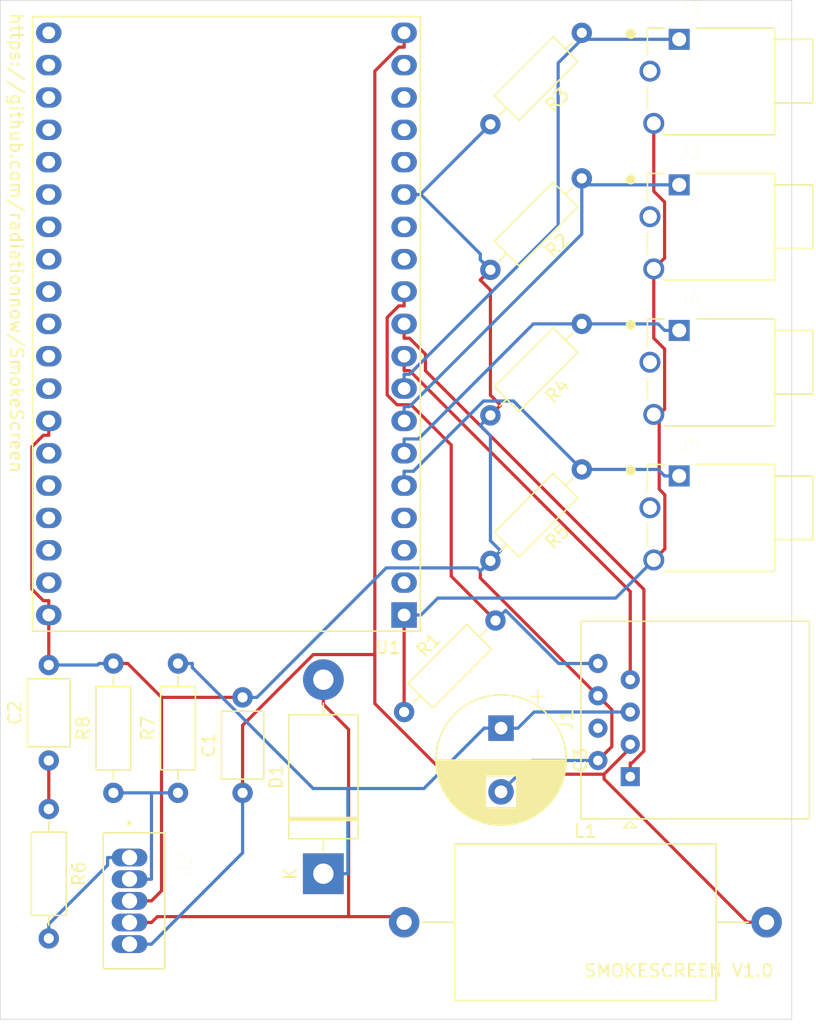
<source format=kicad_pcb>
(kicad_pcb (version 20171130) (host pcbnew "(5.1.5-0-10_14)")

  (general
    (thickness 1.6)
    (drawings 7)
    (tracks 166)
    (zones 0)
    (modules 20)
    (nets 47)
  )

  (page A4)
  (layers
    (0 F.Cu signal)
    (31 B.Cu signal)
    (34 B.Paste user)
    (35 F.Paste user)
    (36 B.SilkS user)
    (37 F.SilkS user)
    (38 B.Mask user)
    (39 F.Mask user)
    (40 Dwgs.User user)
    (41 Cmts.User user)
    (44 Edge.Cuts user)
    (45 Margin user)
    (46 B.CrtYd user)
    (47 F.CrtYd user)
    (49 F.Fab user)
  )

  (setup
    (last_trace_width 0.25)
    (trace_clearance 0.2)
    (zone_clearance 0.508)
    (zone_45_only no)
    (trace_min 0.2)
    (via_size 0.8)
    (via_drill 0.4)
    (via_min_size 0.4)
    (via_min_drill 0.3)
    (uvia_size 0.3)
    (uvia_drill 0.1)
    (uvias_allowed no)
    (uvia_min_size 0.2)
    (uvia_min_drill 0.1)
    (edge_width 0.05)
    (segment_width 0.2)
    (pcb_text_width 0.3)
    (pcb_text_size 1.5 1.5)
    (mod_edge_width 0.12)
    (mod_text_size 1 1)
    (mod_text_width 0.15)
    (pad_size 1.524 1.524)
    (pad_drill 0.762)
    (pad_to_mask_clearance 0.0508)
    (solder_mask_min_width 0.101)
    (aux_axis_origin 0 0)
    (grid_origin 92.71 158.75)
    (visible_elements FFFFFF7F)
    (pcbplotparams
      (layerselection 0x010fc_ffffffff)
      (usegerberextensions false)
      (usegerberattributes false)
      (usegerberadvancedattributes false)
      (creategerberjobfile false)
      (excludeedgelayer true)
      (linewidth 0.100000)
      (plotframeref false)
      (viasonmask false)
      (mode 1)
      (useauxorigin false)
      (hpglpennumber 1)
      (hpglpenspeed 20)
      (hpglpendiameter 15.000000)
      (psnegative false)
      (psa4output false)
      (plotreference true)
      (plotvalue true)
      (plotinvisibletext false)
      (padsonsilk false)
      (subtractmaskfromsilk false)
      (outputformat 1)
      (mirror false)
      (drillshape 1)
      (scaleselection 1)
      (outputdirectory ""))
  )

  (net 0 "")
  (net 1 "Net-(J1-Pad4)")
  (net 2 "Net-(J2-Pad3)")
  (net 3 "Net-(J2-Pad2)")
  (net 4 "Net-(J2-Pad1)")
  (net 5 "Net-(J3-Pad2)")
  (net 6 "Net-(J3-Pad1)")
  (net 7 "Net-(U1-Pad37)")
  (net 8 "Net-(U1-Pad36)")
  (net 9 "Net-(U1-Pad35)")
  (net 10 "Net-(U1-Pad34)")
  (net 11 "Net-(U1-Pad33)")
  (net 12 "Net-(U1-Pad31)")
  (net 13 "Net-(U1-Pad30)")
  (net 14 "Net-(U1-Pad29)")
  (net 15 "Net-(U1-Pad28)")
  (net 16 "Net-(U1-Pad27)")
  (net 17 "Net-(U1-Pad26)")
  (net 18 "Net-(U1-Pad25)")
  (net 19 "Net-(U1-Pad24)")
  (net 20 "Net-(U1-Pad23)")
  (net 21 "Net-(U1-Pad22)")
  (net 22 "Net-(U1-Pad21)")
  (net 23 "Net-(U1-Pad20)")
  (net 24 "Net-(U1-Pad18)")
  (net 25 "Net-(U1-Pad17)")
  (net 26 "Net-(U1-Pad13)")
  (net 27 "Net-(U1-Pad12)")
  (net 28 "Net-(U1-Pad4)")
  (net 29 "Net-(U1-Pad3)")
  (net 30 "Net-(U1-Pad16)")
  (net 31 "Net-(U1-Pad2)")
  (net 32 /SERVO_PWM)
  (net 33 GND)
  (net 34 /SERVO_VCC)
  (net 35 /FANPWM)
  (net 36 /TACH)
  (net 37 "Net-(J4-Pad2)")
  (net 38 "Net-(J4-Pad1)")
  (net 39 "Net-(J5-Pad2)")
  (net 40 "Net-(J5-Pad1)")
  (net 41 "Net-(U1-Pad15)")
  (net 42 "Net-(C2-Pad1)")
  (net 43 /FAN_12V)
  (net 44 "Net-(D1-Pad2)")
  (net 45 "Net-(R6-Pad2)")
  (net 46 "Net-(R7-Pad1)")

  (net_class Default "This is the default net class."
    (clearance 0.2)
    (trace_width 0.25)
    (via_dia 0.8)
    (via_drill 0.4)
    (uvia_dia 0.3)
    (uvia_drill 0.1)
    (add_net /FANPWM)
    (add_net /FAN_12V)
    (add_net /SERVO_PWM)
    (add_net /SERVO_VCC)
    (add_net /TACH)
    (add_net GND)
    (add_net "Net-(C2-Pad1)")
    (add_net "Net-(D1-Pad2)")
    (add_net "Net-(J1-Pad4)")
    (add_net "Net-(J2-Pad1)")
    (add_net "Net-(J2-Pad2)")
    (add_net "Net-(J2-Pad3)")
    (add_net "Net-(J3-Pad1)")
    (add_net "Net-(J3-Pad2)")
    (add_net "Net-(J4-Pad1)")
    (add_net "Net-(J4-Pad2)")
    (add_net "Net-(J5-Pad1)")
    (add_net "Net-(J5-Pad2)")
    (add_net "Net-(R6-Pad2)")
    (add_net "Net-(R7-Pad1)")
    (add_net "Net-(U1-Pad12)")
    (add_net "Net-(U1-Pad13)")
    (add_net "Net-(U1-Pad15)")
    (add_net "Net-(U1-Pad16)")
    (add_net "Net-(U1-Pad17)")
    (add_net "Net-(U1-Pad18)")
    (add_net "Net-(U1-Pad2)")
    (add_net "Net-(U1-Pad20)")
    (add_net "Net-(U1-Pad21)")
    (add_net "Net-(U1-Pad22)")
    (add_net "Net-(U1-Pad23)")
    (add_net "Net-(U1-Pad24)")
    (add_net "Net-(U1-Pad25)")
    (add_net "Net-(U1-Pad26)")
    (add_net "Net-(U1-Pad27)")
    (add_net "Net-(U1-Pad28)")
    (add_net "Net-(U1-Pad29)")
    (add_net "Net-(U1-Pad3)")
    (add_net "Net-(U1-Pad30)")
    (add_net "Net-(U1-Pad31)")
    (add_net "Net-(U1-Pad33)")
    (add_net "Net-(U1-Pad34)")
    (add_net "Net-(U1-Pad35)")
    (add_net "Net-(U1-Pad36)")
    (add_net "Net-(U1-Pad37)")
    (add_net "Net-(U1-Pad4)")
  )

  (module Custom:VREG_LM2577T-12 (layer F.Cu) (tedit 5EB39F23) (tstamp 5EB41C33)
    (at 104.14 144.78 270)
    (path /5EBC23D3)
    (fp_text reference U2 (at 0.60563 -4.38938 90) (layer F.SilkS)
      (effects (font (size 1 1) (thickness 0.015)))
    )
    (fp_text value LM2577T-12 (at 6.9527 3.14776 90) (layer F.Fab)
      (effects (font (size 1 1) (thickness 0.015)))
    )
    (fp_circle (center -2.7 0.0275) (end -2.6 0.0275) (layer F.Fab) (width 0.2))
    (fp_line (start 9.06 2.317) (end -2.26 2.317) (layer F.CrtYd) (width 0.05))
    (fp_line (start 9.06 2.317) (end 9.06 -3.023) (layer F.CrtYd) (width 0.05))
    (fp_line (start -2.26 -3.023) (end 9.06 -3.023) (layer F.CrtYd) (width 0.05))
    (fp_line (start -2.26 -3.023) (end -2.26 2.317) (layer F.CrtYd) (width 0.05))
    (fp_circle (center -2.7 0.0275) (end -2.6 0.0275) (layer F.SilkS) (width 0.2))
    (fp_line (start 8.74 2.07) (end -1.94 2.07) (layer F.Fab) (width 0.127))
    (fp_line (start 8.74 2.07) (end 8.74 -2.77) (layer F.Fab) (width 0.127))
    (fp_line (start -1.94 -2.77) (end 8.74 -2.77) (layer F.Fab) (width 0.127))
    (fp_line (start -1.94 -2.77) (end -1.94 2.07) (layer F.Fab) (width 0.127))
    (fp_line (start 8.74 2.07) (end -1.94 2.07) (layer F.SilkS) (width 0.127))
    (fp_line (start 8.74 2.07) (end 8.74 -2.77) (layer F.SilkS) (width 0.127))
    (fp_line (start -1.94 -2.77) (end 8.74 -2.77) (layer F.SilkS) (width 0.127))
    (fp_line (start -1.94 -2.77) (end -1.94 2.07) (layer F.SilkS) (width 0.127))
    (pad 5 thru_hole oval (at 6.8 0 270) (size 1.4 2.8) (drill 1.2) (layers *.Cu *.Mask)
      (net 34 /SERVO_VCC))
    (pad 4 thru_hole oval (at 5.1 0 270) (size 1.4 2.8) (drill 1.2) (layers *.Cu *.Mask)
      (net 44 "Net-(D1-Pad2)"))
    (pad 3 thru_hole oval (at 3.4 0 270) (size 1.4 2.8) (drill 1.2) (layers *.Cu *.Mask)
      (net 33 GND))
    (pad 2 thru_hole oval (at 1.7 0 270) (size 1.4 2.8) (drill 1.2) (layers *.Cu *.Mask)
      (net 46 "Net-(R7-Pad1)"))
    (pad 1 thru_hole oval (at 0 0 270) (size 1.4 2.8) (drill 1.2) (layers *.Cu *.Mask)
      (net 45 "Net-(R6-Pad2)"))
  )

  (module Inductor_THT:L_Axial_L20.3mm_D12.1mm_P28.50mm_Horizontal_Vishay_IHA-101 (layer F.Cu) (tedit 5AE59B05) (tstamp 5EB41A5B)
    (at 125.73 149.86)
    (descr "Inductor, Axial series, Axial, Horizontal, pin pitch=28.5mm, , length*diameter=20.32*12.07mm^2, Vishay, IHA-101, http://www.vishay.com/docs/34014/iha.pdf")
    (tags "Inductor Axial series Axial Horizontal pin pitch 28.5mm  length 20.32mm diameter 12.07mm Vishay IHA-101")
    (path /5EBCCF08)
    (fp_text reference L1 (at 14.25 -7.155) (layer F.SilkS)
      (effects (font (size 1 1) (thickness 0.15)))
    )
    (fp_text value 100uH (at 14.25 7.155) (layer F.Fab)
      (effects (font (size 1 1) (thickness 0.15)))
    )
    (fp_text user %R (at 14.25 0) (layer F.Fab)
      (effects (font (size 1 1) (thickness 0.15)))
    )
    (fp_line (start 29.95 -6.29) (end -1.45 -6.29) (layer F.CrtYd) (width 0.05))
    (fp_line (start 29.95 6.29) (end 29.95 -6.29) (layer F.CrtYd) (width 0.05))
    (fp_line (start -1.45 6.29) (end 29.95 6.29) (layer F.CrtYd) (width 0.05))
    (fp_line (start -1.45 -6.29) (end -1.45 6.29) (layer F.CrtYd) (width 0.05))
    (fp_line (start 27.06 0) (end 24.53 0) (layer F.SilkS) (width 0.12))
    (fp_line (start 1.44 0) (end 3.97 0) (layer F.SilkS) (width 0.12))
    (fp_line (start 24.53 -6.155) (end 3.97 -6.155) (layer F.SilkS) (width 0.12))
    (fp_line (start 24.53 6.155) (end 24.53 -6.155) (layer F.SilkS) (width 0.12))
    (fp_line (start 3.97 6.155) (end 24.53 6.155) (layer F.SilkS) (width 0.12))
    (fp_line (start 3.97 -6.155) (end 3.97 6.155) (layer F.SilkS) (width 0.12))
    (fp_line (start 28.5 0) (end 24.41 0) (layer F.Fab) (width 0.1))
    (fp_line (start 0 0) (end 4.09 0) (layer F.Fab) (width 0.1))
    (fp_line (start 24.41 -6.035) (end 4.09 -6.035) (layer F.Fab) (width 0.1))
    (fp_line (start 24.41 6.035) (end 24.41 -6.035) (layer F.Fab) (width 0.1))
    (fp_line (start 4.09 6.035) (end 24.41 6.035) (layer F.Fab) (width 0.1))
    (fp_line (start 4.09 -6.035) (end 4.09 6.035) (layer F.Fab) (width 0.1))
    (pad 2 thru_hole oval (at 28.5 0) (size 2.4 2.4) (drill 1.2) (layers *.Cu *.Mask)
      (net 34 /SERVO_VCC))
    (pad 1 thru_hole circle (at 0 0) (size 2.4 2.4) (drill 1.2) (layers *.Cu *.Mask)
      (net 44 "Net-(D1-Pad2)"))
    (model ${KISYS3DMOD}/Inductor_THT.3dshapes/L_Axial_L20.3mm_D12.1mm_P28.50mm_Horizontal_Vishay_IHA-101.wrl
      (at (xyz 0 0 0))
      (scale (xyz 1 1 1))
      (rotate (xyz 0 0 0))
    )
  )

  (module Custom:CUI_MJ-2509N (layer F.Cu) (tedit 5EB323D0) (tstamp 5EB40A44)
    (at 149.86 118.11)
    (path /5EB920B4)
    (fp_text reference J5 (at -1.6278 -5.77497) (layer F.SilkS)
      (effects (font (size 1.001732 1.001732) (thickness 0.015)))
    )
    (fp_text value MJ-2509N (at 3.12092 6.576895) (layer F.Fab)
      (effects (font (size 1.000291 1.000291) (thickness 0.015)))
    )
    (fp_circle (center -6.31 -3.73) (end -6.11 -3.73) (layer F.SilkS) (width 0.4))
    (fp_line (start -5.75 4.45) (end -5.75 -4.55) (layer F.CrtYd) (width 0.05))
    (fp_line (start 5.25 4.45) (end -5.75 4.45) (layer F.CrtYd) (width 0.05))
    (fp_line (start 5.25 1.95) (end 5.25 4.45) (layer F.CrtYd) (width 0.05))
    (fp_line (start 8.25 1.95) (end 5.25 1.95) (layer F.CrtYd) (width 0.05))
    (fp_line (start 8.25 -3.55) (end 8.25 1.95) (layer F.CrtYd) (width 0.05))
    (fp_line (start 5.25 -3.55) (end 8.25 -3.55) (layer F.CrtYd) (width 0.05))
    (fp_line (start 5.25 -4.55) (end 5.25 -3.55) (layer F.CrtYd) (width 0.05))
    (fp_line (start -5.75 -4.55) (end 5.25 -4.55) (layer F.CrtYd) (width 0.05))
    (fp_line (start 8 -3.3) (end 5 -3.3) (layer F.Fab) (width 0.127))
    (fp_line (start 8 1.7) (end 8 -3.3) (layer F.Fab) (width 0.127))
    (fp_line (start 5 1.7) (end 8 1.7) (layer F.Fab) (width 0.127))
    (fp_line (start 8 1.7) (end 5 1.7) (layer F.SilkS) (width 0.127))
    (fp_line (start 8 -3.3) (end 8 1.7) (layer F.SilkS) (width 0.127))
    (fp_line (start 5 -3.3) (end 8 -3.3) (layer F.SilkS) (width 0.127))
    (fp_line (start -5 2.15) (end -5 0.45) (layer F.SilkS) (width 0.127))
    (fp_line (start -5 -4.2) (end -5 -2.05) (layer F.SilkS) (width 0.127))
    (fp_line (start -3.7 -4.2) (end -5 -4.2) (layer F.SilkS) (width 0.127))
    (fp_line (start 5 -4.2) (end -1.15 -4.2) (layer F.SilkS) (width 0.127))
    (fp_line (start 5 -3.3) (end 5 -4.2) (layer F.SilkS) (width 0.127))
    (fp_line (start 5 1.7) (end 5 -3.3) (layer F.SilkS) (width 0.127))
    (fp_line (start 5 4.2) (end 5 1.7) (layer F.SilkS) (width 0.127))
    (fp_line (start -3.65 4.2) (end 5 4.2) (layer F.SilkS) (width 0.127))
    (fp_line (start -5 4.2) (end 5 4.2) (layer F.Fab) (width 0.127))
    (fp_line (start -5 -4.2) (end -5 4.2) (layer F.Fab) (width 0.127))
    (fp_line (start 5 -4.2) (end -5 -4.2) (layer F.Fab) (width 0.127))
    (fp_line (start 5 -3.3) (end 5 -4.2) (layer F.Fab) (width 0.127))
    (fp_line (start 5 1.7) (end 5 -3.3) (layer F.Fab) (width 0.127))
    (fp_line (start 5 4.2) (end 5 1.7) (layer F.Fab) (width 0.127))
    (pad None np_thru_hole circle (at 1 -2.8) (size 1.6 1.6) (drill 1.6) (layers *.Cu *.Mask))
    (pad None np_thru_hole circle (at 1 2.2) (size 1.6 1.6) (drill 1.6) (layers *.Cu *.Mask))
    (pad 3 thru_hole circle (at -4.5 3.3) (size 1.65 1.65) (drill 1.1) (layers *.Cu *.Mask)
      (net 2 "Net-(J2-Pad3)"))
    (pad 2 thru_hole circle (at -4.8 -0.8) (size 1.65 1.65) (drill 1.1) (layers *.Cu *.Mask)
      (net 39 "Net-(J5-Pad2)"))
    (pad 1 thru_hole rect (at -2.5 -3.3) (size 1.65 1.65) (drill 1.1) (layers *.Cu *.Mask)
      (net 40 "Net-(J5-Pad1)"))
  )

  (module Custom:CUI_MJ-2509N (layer F.Cu) (tedit 5EB323D0) (tstamp 5EB40AB3)
    (at 149.86 106.68)
    (path /5EB911A8)
    (fp_text reference J4 (at -1.6278 -5.77497) (layer F.SilkS)
      (effects (font (size 1.001732 1.001732) (thickness 0.015)))
    )
    (fp_text value MJ-2509N (at 3.12092 6.576895) (layer F.Fab)
      (effects (font (size 1.000291 1.000291) (thickness 0.015)))
    )
    (fp_circle (center -6.31 -3.73) (end -6.11 -3.73) (layer F.SilkS) (width 0.4))
    (fp_line (start -5.75 4.45) (end -5.75 -4.55) (layer F.CrtYd) (width 0.05))
    (fp_line (start 5.25 4.45) (end -5.75 4.45) (layer F.CrtYd) (width 0.05))
    (fp_line (start 5.25 1.95) (end 5.25 4.45) (layer F.CrtYd) (width 0.05))
    (fp_line (start 8.25 1.95) (end 5.25 1.95) (layer F.CrtYd) (width 0.05))
    (fp_line (start 8.25 -3.55) (end 8.25 1.95) (layer F.CrtYd) (width 0.05))
    (fp_line (start 5.25 -3.55) (end 8.25 -3.55) (layer F.CrtYd) (width 0.05))
    (fp_line (start 5.25 -4.55) (end 5.25 -3.55) (layer F.CrtYd) (width 0.05))
    (fp_line (start -5.75 -4.55) (end 5.25 -4.55) (layer F.CrtYd) (width 0.05))
    (fp_line (start 8 -3.3) (end 5 -3.3) (layer F.Fab) (width 0.127))
    (fp_line (start 8 1.7) (end 8 -3.3) (layer F.Fab) (width 0.127))
    (fp_line (start 5 1.7) (end 8 1.7) (layer F.Fab) (width 0.127))
    (fp_line (start 8 1.7) (end 5 1.7) (layer F.SilkS) (width 0.127))
    (fp_line (start 8 -3.3) (end 8 1.7) (layer F.SilkS) (width 0.127))
    (fp_line (start 5 -3.3) (end 8 -3.3) (layer F.SilkS) (width 0.127))
    (fp_line (start -5 2.15) (end -5 0.45) (layer F.SilkS) (width 0.127))
    (fp_line (start -5 -4.2) (end -5 -2.05) (layer F.SilkS) (width 0.127))
    (fp_line (start -3.7 -4.2) (end -5 -4.2) (layer F.SilkS) (width 0.127))
    (fp_line (start 5 -4.2) (end -1.15 -4.2) (layer F.SilkS) (width 0.127))
    (fp_line (start 5 -3.3) (end 5 -4.2) (layer F.SilkS) (width 0.127))
    (fp_line (start 5 1.7) (end 5 -3.3) (layer F.SilkS) (width 0.127))
    (fp_line (start 5 4.2) (end 5 1.7) (layer F.SilkS) (width 0.127))
    (fp_line (start -3.65 4.2) (end 5 4.2) (layer F.SilkS) (width 0.127))
    (fp_line (start -5 4.2) (end 5 4.2) (layer F.Fab) (width 0.127))
    (fp_line (start -5 -4.2) (end -5 4.2) (layer F.Fab) (width 0.127))
    (fp_line (start 5 -4.2) (end -5 -4.2) (layer F.Fab) (width 0.127))
    (fp_line (start 5 -3.3) (end 5 -4.2) (layer F.Fab) (width 0.127))
    (fp_line (start 5 1.7) (end 5 -3.3) (layer F.Fab) (width 0.127))
    (fp_line (start 5 4.2) (end 5 1.7) (layer F.Fab) (width 0.127))
    (pad None np_thru_hole circle (at 1 -2.8) (size 1.6 1.6) (drill 1.6) (layers *.Cu *.Mask))
    (pad None np_thru_hole circle (at 1 2.2) (size 1.6 1.6) (drill 1.6) (layers *.Cu *.Mask))
    (pad 3 thru_hole circle (at -4.5 3.3) (size 1.65 1.65) (drill 1.1) (layers *.Cu *.Mask)
      (net 2 "Net-(J2-Pad3)"))
    (pad 2 thru_hole circle (at -4.8 -0.8) (size 1.65 1.65) (drill 1.1) (layers *.Cu *.Mask)
      (net 37 "Net-(J4-Pad2)"))
    (pad 1 thru_hole rect (at -2.5 -3.3) (size 1.65 1.65) (drill 1.1) (layers *.Cu *.Mask)
      (net 38 "Net-(J4-Pad1)"))
  )

  (module Custom:CUI_MJ-2509N (layer F.Cu) (tedit 5EB323D0) (tstamp 5EB40BF1)
    (at 149.86 83.82)
    (path /5EB36D8B)
    (fp_text reference J3 (at -1.6278 -5.77497) (layer F.SilkS)
      (effects (font (size 1.001732 1.001732) (thickness 0.015)))
    )
    (fp_text value MJ-2509N (at 3.12092 6.576895) (layer F.Fab)
      (effects (font (size 1.000291 1.000291) (thickness 0.015)))
    )
    (fp_circle (center -6.31 -3.73) (end -6.11 -3.73) (layer F.SilkS) (width 0.4))
    (fp_line (start -5.75 4.45) (end -5.75 -4.55) (layer F.CrtYd) (width 0.05))
    (fp_line (start 5.25 4.45) (end -5.75 4.45) (layer F.CrtYd) (width 0.05))
    (fp_line (start 5.25 1.95) (end 5.25 4.45) (layer F.CrtYd) (width 0.05))
    (fp_line (start 8.25 1.95) (end 5.25 1.95) (layer F.CrtYd) (width 0.05))
    (fp_line (start 8.25 -3.55) (end 8.25 1.95) (layer F.CrtYd) (width 0.05))
    (fp_line (start 5.25 -3.55) (end 8.25 -3.55) (layer F.CrtYd) (width 0.05))
    (fp_line (start 5.25 -4.55) (end 5.25 -3.55) (layer F.CrtYd) (width 0.05))
    (fp_line (start -5.75 -4.55) (end 5.25 -4.55) (layer F.CrtYd) (width 0.05))
    (fp_line (start 8 -3.3) (end 5 -3.3) (layer F.Fab) (width 0.127))
    (fp_line (start 8 1.7) (end 8 -3.3) (layer F.Fab) (width 0.127))
    (fp_line (start 5 1.7) (end 8 1.7) (layer F.Fab) (width 0.127))
    (fp_line (start 8 1.7) (end 5 1.7) (layer F.SilkS) (width 0.127))
    (fp_line (start 8 -3.3) (end 8 1.7) (layer F.SilkS) (width 0.127))
    (fp_line (start 5 -3.3) (end 8 -3.3) (layer F.SilkS) (width 0.127))
    (fp_line (start -5 2.15) (end -5 0.45) (layer F.SilkS) (width 0.127))
    (fp_line (start -5 -4.2) (end -5 -2.05) (layer F.SilkS) (width 0.127))
    (fp_line (start -3.7 -4.2) (end -5 -4.2) (layer F.SilkS) (width 0.127))
    (fp_line (start 5 -4.2) (end -1.15 -4.2) (layer F.SilkS) (width 0.127))
    (fp_line (start 5 -3.3) (end 5 -4.2) (layer F.SilkS) (width 0.127))
    (fp_line (start 5 1.7) (end 5 -3.3) (layer F.SilkS) (width 0.127))
    (fp_line (start 5 4.2) (end 5 1.7) (layer F.SilkS) (width 0.127))
    (fp_line (start -3.65 4.2) (end 5 4.2) (layer F.SilkS) (width 0.127))
    (fp_line (start -5 4.2) (end 5 4.2) (layer F.Fab) (width 0.127))
    (fp_line (start -5 -4.2) (end -5 4.2) (layer F.Fab) (width 0.127))
    (fp_line (start 5 -4.2) (end -5 -4.2) (layer F.Fab) (width 0.127))
    (fp_line (start 5 -3.3) (end 5 -4.2) (layer F.Fab) (width 0.127))
    (fp_line (start 5 1.7) (end 5 -3.3) (layer F.Fab) (width 0.127))
    (fp_line (start 5 4.2) (end 5 1.7) (layer F.Fab) (width 0.127))
    (pad None np_thru_hole circle (at 1 -2.8) (size 1.6 1.6) (drill 1.6) (layers *.Cu *.Mask))
    (pad None np_thru_hole circle (at 1 2.2) (size 1.6 1.6) (drill 1.6) (layers *.Cu *.Mask))
    (pad 3 thru_hole circle (at -4.5 3.3) (size 1.65 1.65) (drill 1.1) (layers *.Cu *.Mask)
      (net 2 "Net-(J2-Pad3)"))
    (pad 2 thru_hole circle (at -4.8 -0.8) (size 1.65 1.65) (drill 1.1) (layers *.Cu *.Mask)
      (net 5 "Net-(J3-Pad2)"))
    (pad 1 thru_hole rect (at -2.5 -3.3) (size 1.65 1.65) (drill 1.1) (layers *.Cu *.Mask)
      (net 6 "Net-(J3-Pad1)"))
  )

  (module Custom:CUI_MJ-2509N (layer F.Cu) (tedit 5EB323D0) (tstamp 5EB40B82)
    (at 149.86 95.25)
    (path /5EB35529)
    (fp_text reference J2 (at -1.6278 -5.77497) (layer F.SilkS)
      (effects (font (size 1.001732 1.001732) (thickness 0.015)))
    )
    (fp_text value MJ-2509N (at 3.12092 6.576895) (layer F.Fab)
      (effects (font (size 1.000291 1.000291) (thickness 0.015)))
    )
    (fp_circle (center -6.31 -3.73) (end -6.11 -3.73) (layer F.SilkS) (width 0.4))
    (fp_line (start -5.75 4.45) (end -5.75 -4.55) (layer F.CrtYd) (width 0.05))
    (fp_line (start 5.25 4.45) (end -5.75 4.45) (layer F.CrtYd) (width 0.05))
    (fp_line (start 5.25 1.95) (end 5.25 4.45) (layer F.CrtYd) (width 0.05))
    (fp_line (start 8.25 1.95) (end 5.25 1.95) (layer F.CrtYd) (width 0.05))
    (fp_line (start 8.25 -3.55) (end 8.25 1.95) (layer F.CrtYd) (width 0.05))
    (fp_line (start 5.25 -3.55) (end 8.25 -3.55) (layer F.CrtYd) (width 0.05))
    (fp_line (start 5.25 -4.55) (end 5.25 -3.55) (layer F.CrtYd) (width 0.05))
    (fp_line (start -5.75 -4.55) (end 5.25 -4.55) (layer F.CrtYd) (width 0.05))
    (fp_line (start 8 -3.3) (end 5 -3.3) (layer F.Fab) (width 0.127))
    (fp_line (start 8 1.7) (end 8 -3.3) (layer F.Fab) (width 0.127))
    (fp_line (start 5 1.7) (end 8 1.7) (layer F.Fab) (width 0.127))
    (fp_line (start 8 1.7) (end 5 1.7) (layer F.SilkS) (width 0.127))
    (fp_line (start 8 -3.3) (end 8 1.7) (layer F.SilkS) (width 0.127))
    (fp_line (start 5 -3.3) (end 8 -3.3) (layer F.SilkS) (width 0.127))
    (fp_line (start -5 2.15) (end -5 0.45) (layer F.SilkS) (width 0.127))
    (fp_line (start -5 -4.2) (end -5 -2.05) (layer F.SilkS) (width 0.127))
    (fp_line (start -3.7 -4.2) (end -5 -4.2) (layer F.SilkS) (width 0.127))
    (fp_line (start 5 -4.2) (end -1.15 -4.2) (layer F.SilkS) (width 0.127))
    (fp_line (start 5 -3.3) (end 5 -4.2) (layer F.SilkS) (width 0.127))
    (fp_line (start 5 1.7) (end 5 -3.3) (layer F.SilkS) (width 0.127))
    (fp_line (start 5 4.2) (end 5 1.7) (layer F.SilkS) (width 0.127))
    (fp_line (start -3.65 4.2) (end 5 4.2) (layer F.SilkS) (width 0.127))
    (fp_line (start -5 4.2) (end 5 4.2) (layer F.Fab) (width 0.127))
    (fp_line (start -5 -4.2) (end -5 4.2) (layer F.Fab) (width 0.127))
    (fp_line (start 5 -4.2) (end -5 -4.2) (layer F.Fab) (width 0.127))
    (fp_line (start 5 -3.3) (end 5 -4.2) (layer F.Fab) (width 0.127))
    (fp_line (start 5 1.7) (end 5 -3.3) (layer F.Fab) (width 0.127))
    (fp_line (start 5 4.2) (end 5 1.7) (layer F.Fab) (width 0.127))
    (pad None np_thru_hole circle (at 1 -2.8) (size 1.6 1.6) (drill 1.6) (layers *.Cu *.Mask))
    (pad None np_thru_hole circle (at 1 2.2) (size 1.6 1.6) (drill 1.6) (layers *.Cu *.Mask))
    (pad 3 thru_hole circle (at -4.5 3.3) (size 1.65 1.65) (drill 1.1) (layers *.Cu *.Mask)
      (net 2 "Net-(J2-Pad3)"))
    (pad 2 thru_hole circle (at -4.8 -0.8) (size 1.65 1.65) (drill 1.1) (layers *.Cu *.Mask)
      (net 3 "Net-(J2-Pad2)"))
    (pad 1 thru_hole rect (at -2.5 -3.3) (size 1.65 1.65) (drill 1.1) (layers *.Cu *.Mask)
      (net 4 "Net-(J2-Pad1)"))
  )

  (module Connector_RJ:RJ45_Amphenol_54602-x08_Horizontal (layer F.Cu) (tedit 5B103613) (tstamp 5EB40B1D)
    (at 143.51 138.43 90)
    (descr "8 Pol Shallow Latch Connector, Modjack, RJ45 (https://cdn.amphenol-icc.com/media/wysiwyg/files/drawing/c-bmj-0102.pdf)")
    (tags RJ45)
    (path /5EB3714B)
    (fp_text reference J1 (at 4.445 -5 90) (layer F.SilkS)
      (effects (font (size 1 1) (thickness 0.15)))
    )
    (fp_text value 8P8C (at 4.445 4 90) (layer F.Fab)
      (effects (font (size 1 1) (thickness 0.15)))
    )
    (fp_line (start 12.6 14.47) (end -3.71 14.47) (layer F.CrtYd) (width 0.05))
    (fp_line (start 12.6 14.47) (end 12.6 -4.27) (layer F.CrtYd) (width 0.05))
    (fp_line (start -3.71 -4.27) (end -3.71 14.47) (layer F.CrtYd) (width 0.05))
    (fp_line (start -3.71 -4.27) (end 12.6 -4.27) (layer F.CrtYd) (width 0.05))
    (fp_line (start -3.315 -3.88) (end -3.315 14.08) (layer F.SilkS) (width 0.12))
    (fp_line (start 12.205 -3.88) (end -3.315 -3.88) (layer F.SilkS) (width 0.12))
    (fp_line (start 12.205 -3.88) (end 12.205 14.08) (layer F.SilkS) (width 0.12))
    (fp_line (start -3.315 14.08) (end 12.205 14.08) (layer F.SilkS) (width 0.12))
    (fp_line (start -3.205 -2.77) (end -2.205 -3.77) (layer F.Fab) (width 0.12))
    (fp_line (start -2.205 -3.77) (end 12.095 -3.77) (layer F.Fab) (width 0.12))
    (fp_line (start 12.095 -3.77) (end 12.095 13.97) (layer F.Fab) (width 0.12))
    (fp_line (start 12.095 13.97) (end -3.205 13.97) (layer F.Fab) (width 0.12))
    (fp_line (start -3.205 13.97) (end -3.205 -2.77) (layer F.Fab) (width 0.12))
    (fp_line (start -3.5 0) (end -4 -0.5) (layer F.SilkS) (width 0.12))
    (fp_line (start -4 -0.5) (end -4 0.5) (layer F.SilkS) (width 0.12))
    (fp_line (start -4 0.5) (end -3.5 0) (layer F.SilkS) (width 0.12))
    (fp_text user %R (at 4.445 2 90) (layer F.Fab)
      (effects (font (size 1 1) (thickness 0.15)))
    )
    (pad 8 thru_hole circle (at 8.89 -2.54 90) (size 1.5 1.5) (drill 0.76) (layers *.Cu *.Mask)
      (net 36 /TACH))
    (pad 7 thru_hole circle (at 7.62 0 90) (size 1.5 1.5) (drill 0.76) (layers *.Cu *.Mask)
      (net 35 /FANPWM))
    (pad 6 thru_hole circle (at 6.35 -2.54 90) (size 1.5 1.5) (drill 0.76) (layers *.Cu *.Mask)
      (net 33 GND))
    (pad 5 thru_hole circle (at 5.08 0 90) (size 1.5 1.5) (drill 0.76) (layers *.Cu *.Mask)
      (net 43 /FAN_12V))
    (pad 4 thru_hole circle (at 3.81 -2.54 90) (size 1.5 1.5) (drill 0.76) (layers *.Cu *.Mask)
      (net 1 "Net-(J1-Pad4)"))
    (pad 3 thru_hole circle (at 2.54 0 90) (size 1.5 1.5) (drill 0.76) (layers *.Cu *.Mask)
      (net 34 /SERVO_VCC))
    (pad 2 thru_hole circle (at 1.27 -2.54 90) (size 1.5 1.5) (drill 0.76) (layers *.Cu *.Mask)
      (net 33 GND))
    (pad 1 thru_hole rect (at 0 0 90) (size 1.5 1.5) (drill 0.76) (layers *.Cu *.Mask)
      (net 32 /SERVO_PWM))
    (pad "" np_thru_hole circle (at -1.27 6.35 90) (size 3.2 3.2) (drill 3.2) (layers *.Cu *.Mask))
    (pad "" np_thru_hole circle (at 10.16 6.35 90) (size 3.2 3.2) (drill 3.2) (layers *.Cu *.Mask))
    (model ${KISYS3DMOD}/Connector_RJ.3dshapes/RJ45_Amphenol_54602-x08_Horizontal.wrl
      (at (xyz 0 0 0))
      (scale (xyz 1 1 1))
      (rotate (xyz 0 0 0))
    )
  )

  (module Resistor_THT:R_Axial_DIN0207_L6.3mm_D2.5mm_P10.16mm_Horizontal (layer F.Cu) (tedit 5AE5139B) (tstamp 5EB41B7C)
    (at 102.87 139.7 90)
    (descr "Resistor, Axial_DIN0207 series, Axial, Horizontal, pin pitch=10.16mm, 0.25W = 1/4W, length*diameter=6.3*2.5mm^2, http://cdn-reichelt.de/documents/datenblatt/B400/1_4W%23YAG.pdf")
    (tags "Resistor Axial_DIN0207 series Axial Horizontal pin pitch 10.16mm 0.25W = 1/4W length 6.3mm diameter 2.5mm")
    (path /5EBD68A7)
    (fp_text reference R8 (at 5.08 -2.37 90) (layer F.SilkS)
      (effects (font (size 1 1) (thickness 0.15)))
    )
    (fp_text value 2K (at 5.08 2.37 90) (layer F.Fab)
      (effects (font (size 1 1) (thickness 0.15)))
    )
    (fp_text user %R (at 5.08 0 90) (layer F.Fab)
      (effects (font (size 1 1) (thickness 0.15)))
    )
    (fp_line (start 11.21 -1.5) (end -1.05 -1.5) (layer F.CrtYd) (width 0.05))
    (fp_line (start 11.21 1.5) (end 11.21 -1.5) (layer F.CrtYd) (width 0.05))
    (fp_line (start -1.05 1.5) (end 11.21 1.5) (layer F.CrtYd) (width 0.05))
    (fp_line (start -1.05 -1.5) (end -1.05 1.5) (layer F.CrtYd) (width 0.05))
    (fp_line (start 9.12 0) (end 8.35 0) (layer F.SilkS) (width 0.12))
    (fp_line (start 1.04 0) (end 1.81 0) (layer F.SilkS) (width 0.12))
    (fp_line (start 8.35 -1.37) (end 1.81 -1.37) (layer F.SilkS) (width 0.12))
    (fp_line (start 8.35 1.37) (end 8.35 -1.37) (layer F.SilkS) (width 0.12))
    (fp_line (start 1.81 1.37) (end 8.35 1.37) (layer F.SilkS) (width 0.12))
    (fp_line (start 1.81 -1.37) (end 1.81 1.37) (layer F.SilkS) (width 0.12))
    (fp_line (start 10.16 0) (end 8.23 0) (layer F.Fab) (width 0.1))
    (fp_line (start 0 0) (end 1.93 0) (layer F.Fab) (width 0.1))
    (fp_line (start 8.23 -1.25) (end 1.93 -1.25) (layer F.Fab) (width 0.1))
    (fp_line (start 8.23 1.25) (end 8.23 -1.25) (layer F.Fab) (width 0.1))
    (fp_line (start 1.93 1.25) (end 8.23 1.25) (layer F.Fab) (width 0.1))
    (fp_line (start 1.93 -1.25) (end 1.93 1.25) (layer F.Fab) (width 0.1))
    (pad 2 thru_hole oval (at 10.16 0 90) (size 1.6 1.6) (drill 0.8) (layers *.Cu *.Mask)
      (net 33 GND))
    (pad 1 thru_hole circle (at 0 0 90) (size 1.6 1.6) (drill 0.8) (layers *.Cu *.Mask)
      (net 46 "Net-(R7-Pad1)"))
    (model ${KISYS3DMOD}/Resistor_THT.3dshapes/R_Axial_DIN0207_L6.3mm_D2.5mm_P10.16mm_Horizontal.wrl
      (at (xyz 0 0 0))
      (scale (xyz 1 1 1))
      (rotate (xyz 0 0 0))
    )
  )

  (module Resistor_THT:R_Axial_DIN0207_L6.3mm_D2.5mm_P10.16mm_Horizontal (layer F.Cu) (tedit 5AE5139B) (tstamp 5EB41B65)
    (at 107.95 139.7 90)
    (descr "Resistor, Axial_DIN0207 series, Axial, Horizontal, pin pitch=10.16mm, 0.25W = 1/4W, length*diameter=6.3*2.5mm^2, http://cdn-reichelt.de/documents/datenblatt/B400/1_4W%23YAG.pdf")
    (tags "Resistor Axial_DIN0207 series Axial Horizontal pin pitch 10.16mm 0.25W = 1/4W length 6.3mm diameter 2.5mm")
    (path /5EBD9152)
    (fp_text reference R7 (at 5.08 -2.37 90) (layer F.SilkS)
      (effects (font (size 1 1) (thickness 0.15)))
    )
    (fp_text value 17.4K (at 5.08 2.37 90) (layer F.Fab)
      (effects (font (size 1 1) (thickness 0.15)))
    )
    (fp_text user %R (at 5.08 0 90) (layer F.Fab)
      (effects (font (size 1 1) (thickness 0.15)))
    )
    (fp_line (start 11.21 -1.5) (end -1.05 -1.5) (layer F.CrtYd) (width 0.05))
    (fp_line (start 11.21 1.5) (end 11.21 -1.5) (layer F.CrtYd) (width 0.05))
    (fp_line (start -1.05 1.5) (end 11.21 1.5) (layer F.CrtYd) (width 0.05))
    (fp_line (start -1.05 -1.5) (end -1.05 1.5) (layer F.CrtYd) (width 0.05))
    (fp_line (start 9.12 0) (end 8.35 0) (layer F.SilkS) (width 0.12))
    (fp_line (start 1.04 0) (end 1.81 0) (layer F.SilkS) (width 0.12))
    (fp_line (start 8.35 -1.37) (end 1.81 -1.37) (layer F.SilkS) (width 0.12))
    (fp_line (start 8.35 1.37) (end 8.35 -1.37) (layer F.SilkS) (width 0.12))
    (fp_line (start 1.81 1.37) (end 8.35 1.37) (layer F.SilkS) (width 0.12))
    (fp_line (start 1.81 -1.37) (end 1.81 1.37) (layer F.SilkS) (width 0.12))
    (fp_line (start 10.16 0) (end 8.23 0) (layer F.Fab) (width 0.1))
    (fp_line (start 0 0) (end 1.93 0) (layer F.Fab) (width 0.1))
    (fp_line (start 8.23 -1.25) (end 1.93 -1.25) (layer F.Fab) (width 0.1))
    (fp_line (start 8.23 1.25) (end 8.23 -1.25) (layer F.Fab) (width 0.1))
    (fp_line (start 1.93 1.25) (end 8.23 1.25) (layer F.Fab) (width 0.1))
    (fp_line (start 1.93 -1.25) (end 1.93 1.25) (layer F.Fab) (width 0.1))
    (pad 2 thru_hole oval (at 10.16 0 90) (size 1.6 1.6) (drill 0.8) (layers *.Cu *.Mask)
      (net 43 /FAN_12V))
    (pad 1 thru_hole circle (at 0 0 90) (size 1.6 1.6) (drill 0.8) (layers *.Cu *.Mask)
      (net 46 "Net-(R7-Pad1)"))
    (model ${KISYS3DMOD}/Resistor_THT.3dshapes/R_Axial_DIN0207_L6.3mm_D2.5mm_P10.16mm_Horizontal.wrl
      (at (xyz 0 0 0))
      (scale (xyz 1 1 1))
      (rotate (xyz 0 0 0))
    )
  )

  (module Resistor_THT:R_Axial_DIN0207_L6.3mm_D2.5mm_P10.16mm_Horizontal (layer F.Cu) (tedit 5AE5139B) (tstamp 5EB41B4E)
    (at 97.79 140.97 270)
    (descr "Resistor, Axial_DIN0207 series, Axial, Horizontal, pin pitch=10.16mm, 0.25W = 1/4W, length*diameter=6.3*2.5mm^2, http://cdn-reichelt.de/documents/datenblatt/B400/1_4W%23YAG.pdf")
    (tags "Resistor Axial_DIN0207 series Axial Horizontal pin pitch 10.16mm 0.25W = 1/4W length 6.3mm diameter 2.5mm")
    (path /5EBDE625)
    (fp_text reference R6 (at 5.08 -2.37 90) (layer F.SilkS)
      (effects (font (size 1 1) (thickness 0.15)))
    )
    (fp_text value 2.2K (at 8.89 2.37 90) (layer F.Fab)
      (effects (font (size 1 1) (thickness 0.15)))
    )
    (fp_text user %R (at 5.08 0 90) (layer F.Fab)
      (effects (font (size 1 1) (thickness 0.15)))
    )
    (fp_line (start 11.21 -1.5) (end -1.05 -1.5) (layer F.CrtYd) (width 0.05))
    (fp_line (start 11.21 1.5) (end 11.21 -1.5) (layer F.CrtYd) (width 0.05))
    (fp_line (start -1.05 1.5) (end 11.21 1.5) (layer F.CrtYd) (width 0.05))
    (fp_line (start -1.05 -1.5) (end -1.05 1.5) (layer F.CrtYd) (width 0.05))
    (fp_line (start 9.12 0) (end 8.35 0) (layer F.SilkS) (width 0.12))
    (fp_line (start 1.04 0) (end 1.81 0) (layer F.SilkS) (width 0.12))
    (fp_line (start 8.35 -1.37) (end 1.81 -1.37) (layer F.SilkS) (width 0.12))
    (fp_line (start 8.35 1.37) (end 8.35 -1.37) (layer F.SilkS) (width 0.12))
    (fp_line (start 1.81 1.37) (end 8.35 1.37) (layer F.SilkS) (width 0.12))
    (fp_line (start 1.81 -1.37) (end 1.81 1.37) (layer F.SilkS) (width 0.12))
    (fp_line (start 10.16 0) (end 8.23 0) (layer F.Fab) (width 0.1))
    (fp_line (start 0 0) (end 1.93 0) (layer F.Fab) (width 0.1))
    (fp_line (start 8.23 -1.25) (end 1.93 -1.25) (layer F.Fab) (width 0.1))
    (fp_line (start 8.23 1.25) (end 8.23 -1.25) (layer F.Fab) (width 0.1))
    (fp_line (start 1.93 1.25) (end 8.23 1.25) (layer F.Fab) (width 0.1))
    (fp_line (start 1.93 -1.25) (end 1.93 1.25) (layer F.Fab) (width 0.1))
    (pad 2 thru_hole oval (at 10.16 0 270) (size 1.6 1.6) (drill 0.8) (layers *.Cu *.Mask)
      (net 45 "Net-(R6-Pad2)"))
    (pad 1 thru_hole circle (at 0 0 270) (size 1.6 1.6) (drill 0.8) (layers *.Cu *.Mask)
      (net 42 "Net-(C2-Pad1)"))
    (model ${KISYS3DMOD}/Resistor_THT.3dshapes/R_Axial_DIN0207_L6.3mm_D2.5mm_P10.16mm_Horizontal.wrl
      (at (xyz 0 0 0))
      (scale (xyz 1 1 1))
      (rotate (xyz 0 0 0))
    )
  )

  (module Diode_THT:D_DO-201AD_P15.24mm_Horizontal (layer F.Cu) (tedit 5AE50CD5) (tstamp 5EB41970)
    (at 119.38 146.05 90)
    (descr "Diode, DO-201AD series, Axial, Horizontal, pin pitch=15.24mm, , length*diameter=9.5*5.2mm^2, , http://www.diodes.com/_files/packages/DO-201AD.pdf")
    (tags "Diode DO-201AD series Axial Horizontal pin pitch 15.24mm  length 9.5mm diameter 5.2mm")
    (path /5EBC8D56)
    (fp_text reference D1 (at 7.62 -3.72 90) (layer F.SilkS)
      (effects (font (size 1 1) (thickness 0.15)))
    )
    (fp_text value 1N5821 (at 7.62 3.72 90) (layer F.Fab)
      (effects (font (size 1 1) (thickness 0.15)))
    )
    (fp_text user K (at 0 -2.6 90) (layer F.SilkS)
      (effects (font (size 1 1) (thickness 0.15)))
    )
    (fp_text user K (at 0 -2.6 90) (layer F.Fab)
      (effects (font (size 1 1) (thickness 0.15)))
    )
    (fp_text user %R (at 8.3325 0 90) (layer F.Fab)
      (effects (font (size 1 1) (thickness 0.15)))
    )
    (fp_line (start 17.09 -2.85) (end -1.85 -2.85) (layer F.CrtYd) (width 0.05))
    (fp_line (start 17.09 2.85) (end 17.09 -2.85) (layer F.CrtYd) (width 0.05))
    (fp_line (start -1.85 2.85) (end 17.09 2.85) (layer F.CrtYd) (width 0.05))
    (fp_line (start -1.85 -2.85) (end -1.85 2.85) (layer F.CrtYd) (width 0.05))
    (fp_line (start 4.175 -2.72) (end 4.175 2.72) (layer F.SilkS) (width 0.12))
    (fp_line (start 4.415 -2.72) (end 4.415 2.72) (layer F.SilkS) (width 0.12))
    (fp_line (start 4.295 -2.72) (end 4.295 2.72) (layer F.SilkS) (width 0.12))
    (fp_line (start 13.4 0) (end 12.49 0) (layer F.SilkS) (width 0.12))
    (fp_line (start 1.84 0) (end 2.75 0) (layer F.SilkS) (width 0.12))
    (fp_line (start 12.49 -2.72) (end 2.75 -2.72) (layer F.SilkS) (width 0.12))
    (fp_line (start 12.49 2.72) (end 12.49 -2.72) (layer F.SilkS) (width 0.12))
    (fp_line (start 2.75 2.72) (end 12.49 2.72) (layer F.SilkS) (width 0.12))
    (fp_line (start 2.75 -2.72) (end 2.75 2.72) (layer F.SilkS) (width 0.12))
    (fp_line (start 4.195 -2.6) (end 4.195 2.6) (layer F.Fab) (width 0.1))
    (fp_line (start 4.395 -2.6) (end 4.395 2.6) (layer F.Fab) (width 0.1))
    (fp_line (start 4.295 -2.6) (end 4.295 2.6) (layer F.Fab) (width 0.1))
    (fp_line (start 15.24 0) (end 12.37 0) (layer F.Fab) (width 0.1))
    (fp_line (start 0 0) (end 2.87 0) (layer F.Fab) (width 0.1))
    (fp_line (start 12.37 -2.6) (end 2.87 -2.6) (layer F.Fab) (width 0.1))
    (fp_line (start 12.37 2.6) (end 12.37 -2.6) (layer F.Fab) (width 0.1))
    (fp_line (start 2.87 2.6) (end 12.37 2.6) (layer F.Fab) (width 0.1))
    (fp_line (start 2.87 -2.6) (end 2.87 2.6) (layer F.Fab) (width 0.1))
    (pad 2 thru_hole oval (at 15.24 0 90) (size 3.2 3.2) (drill 1.6) (layers *.Cu *.Mask)
      (net 44 "Net-(D1-Pad2)"))
    (pad 1 thru_hole rect (at 0 0 90) (size 3.2 3.2) (drill 1.6) (layers *.Cu *.Mask)
      (net 43 /FAN_12V))
    (model ${KISYS3DMOD}/Diode_THT.3dshapes/D_DO-201AD_P15.24mm_Horizontal.wrl
      (at (xyz 0 0 0))
      (scale (xyz 1 1 1))
      (rotate (xyz 0 0 0))
    )
  )

  (module Capacitor_THT:CP_Radial_D10.0mm_P5.00mm (layer F.Cu) (tedit 5AE50EF1) (tstamp 5EB41951)
    (at 133.35 134.62 270)
    (descr "CP, Radial series, Radial, pin pitch=5.00mm, , diameter=10mm, Electrolytic Capacitor")
    (tags "CP Radial series Radial pin pitch 5.00mm  diameter 10mm Electrolytic Capacitor")
    (path /5EC2947B)
    (fp_text reference C3 (at 2.5 -6.25 90) (layer F.SilkS)
      (effects (font (size 1 1) (thickness 0.15)))
    )
    (fp_text value 680uF (at 2.5 6.25 90) (layer F.Fab)
      (effects (font (size 1 1) (thickness 0.15)))
    )
    (fp_text user %R (at 2.5 0 90) (layer F.Fab)
      (effects (font (size 1 1) (thickness 0.15)))
    )
    (fp_line (start -2.479646 -3.375) (end -2.479646 -2.375) (layer F.SilkS) (width 0.12))
    (fp_line (start -2.979646 -2.875) (end -1.979646 -2.875) (layer F.SilkS) (width 0.12))
    (fp_line (start 7.581 -0.599) (end 7.581 0.599) (layer F.SilkS) (width 0.12))
    (fp_line (start 7.541 -0.862) (end 7.541 0.862) (layer F.SilkS) (width 0.12))
    (fp_line (start 7.501 -1.062) (end 7.501 1.062) (layer F.SilkS) (width 0.12))
    (fp_line (start 7.461 -1.23) (end 7.461 1.23) (layer F.SilkS) (width 0.12))
    (fp_line (start 7.421 -1.378) (end 7.421 1.378) (layer F.SilkS) (width 0.12))
    (fp_line (start 7.381 -1.51) (end 7.381 1.51) (layer F.SilkS) (width 0.12))
    (fp_line (start 7.341 -1.63) (end 7.341 1.63) (layer F.SilkS) (width 0.12))
    (fp_line (start 7.301 -1.742) (end 7.301 1.742) (layer F.SilkS) (width 0.12))
    (fp_line (start 7.261 -1.846) (end 7.261 1.846) (layer F.SilkS) (width 0.12))
    (fp_line (start 7.221 -1.944) (end 7.221 1.944) (layer F.SilkS) (width 0.12))
    (fp_line (start 7.181 -2.037) (end 7.181 2.037) (layer F.SilkS) (width 0.12))
    (fp_line (start 7.141 -2.125) (end 7.141 2.125) (layer F.SilkS) (width 0.12))
    (fp_line (start 7.101 -2.209) (end 7.101 2.209) (layer F.SilkS) (width 0.12))
    (fp_line (start 7.061 -2.289) (end 7.061 2.289) (layer F.SilkS) (width 0.12))
    (fp_line (start 7.021 -2.365) (end 7.021 2.365) (layer F.SilkS) (width 0.12))
    (fp_line (start 6.981 -2.439) (end 6.981 2.439) (layer F.SilkS) (width 0.12))
    (fp_line (start 6.941 -2.51) (end 6.941 2.51) (layer F.SilkS) (width 0.12))
    (fp_line (start 6.901 -2.579) (end 6.901 2.579) (layer F.SilkS) (width 0.12))
    (fp_line (start 6.861 -2.645) (end 6.861 2.645) (layer F.SilkS) (width 0.12))
    (fp_line (start 6.821 -2.709) (end 6.821 2.709) (layer F.SilkS) (width 0.12))
    (fp_line (start 6.781 -2.77) (end 6.781 2.77) (layer F.SilkS) (width 0.12))
    (fp_line (start 6.741 -2.83) (end 6.741 2.83) (layer F.SilkS) (width 0.12))
    (fp_line (start 6.701 -2.889) (end 6.701 2.889) (layer F.SilkS) (width 0.12))
    (fp_line (start 6.661 -2.945) (end 6.661 2.945) (layer F.SilkS) (width 0.12))
    (fp_line (start 6.621 -3) (end 6.621 3) (layer F.SilkS) (width 0.12))
    (fp_line (start 6.581 -3.054) (end 6.581 3.054) (layer F.SilkS) (width 0.12))
    (fp_line (start 6.541 -3.106) (end 6.541 3.106) (layer F.SilkS) (width 0.12))
    (fp_line (start 6.501 -3.156) (end 6.501 3.156) (layer F.SilkS) (width 0.12))
    (fp_line (start 6.461 -3.206) (end 6.461 3.206) (layer F.SilkS) (width 0.12))
    (fp_line (start 6.421 -3.254) (end 6.421 3.254) (layer F.SilkS) (width 0.12))
    (fp_line (start 6.381 -3.301) (end 6.381 3.301) (layer F.SilkS) (width 0.12))
    (fp_line (start 6.341 -3.347) (end 6.341 3.347) (layer F.SilkS) (width 0.12))
    (fp_line (start 6.301 -3.392) (end 6.301 3.392) (layer F.SilkS) (width 0.12))
    (fp_line (start 6.261 -3.436) (end 6.261 3.436) (layer F.SilkS) (width 0.12))
    (fp_line (start 6.221 1.241) (end 6.221 3.478) (layer F.SilkS) (width 0.12))
    (fp_line (start 6.221 -3.478) (end 6.221 -1.241) (layer F.SilkS) (width 0.12))
    (fp_line (start 6.181 1.241) (end 6.181 3.52) (layer F.SilkS) (width 0.12))
    (fp_line (start 6.181 -3.52) (end 6.181 -1.241) (layer F.SilkS) (width 0.12))
    (fp_line (start 6.141 1.241) (end 6.141 3.561) (layer F.SilkS) (width 0.12))
    (fp_line (start 6.141 -3.561) (end 6.141 -1.241) (layer F.SilkS) (width 0.12))
    (fp_line (start 6.101 1.241) (end 6.101 3.601) (layer F.SilkS) (width 0.12))
    (fp_line (start 6.101 -3.601) (end 6.101 -1.241) (layer F.SilkS) (width 0.12))
    (fp_line (start 6.061 1.241) (end 6.061 3.64) (layer F.SilkS) (width 0.12))
    (fp_line (start 6.061 -3.64) (end 6.061 -1.241) (layer F.SilkS) (width 0.12))
    (fp_line (start 6.021 1.241) (end 6.021 3.679) (layer F.SilkS) (width 0.12))
    (fp_line (start 6.021 -3.679) (end 6.021 -1.241) (layer F.SilkS) (width 0.12))
    (fp_line (start 5.981 1.241) (end 5.981 3.716) (layer F.SilkS) (width 0.12))
    (fp_line (start 5.981 -3.716) (end 5.981 -1.241) (layer F.SilkS) (width 0.12))
    (fp_line (start 5.941 1.241) (end 5.941 3.753) (layer F.SilkS) (width 0.12))
    (fp_line (start 5.941 -3.753) (end 5.941 -1.241) (layer F.SilkS) (width 0.12))
    (fp_line (start 5.901 1.241) (end 5.901 3.789) (layer F.SilkS) (width 0.12))
    (fp_line (start 5.901 -3.789) (end 5.901 -1.241) (layer F.SilkS) (width 0.12))
    (fp_line (start 5.861 1.241) (end 5.861 3.824) (layer F.SilkS) (width 0.12))
    (fp_line (start 5.861 -3.824) (end 5.861 -1.241) (layer F.SilkS) (width 0.12))
    (fp_line (start 5.821 1.241) (end 5.821 3.858) (layer F.SilkS) (width 0.12))
    (fp_line (start 5.821 -3.858) (end 5.821 -1.241) (layer F.SilkS) (width 0.12))
    (fp_line (start 5.781 1.241) (end 5.781 3.892) (layer F.SilkS) (width 0.12))
    (fp_line (start 5.781 -3.892) (end 5.781 -1.241) (layer F.SilkS) (width 0.12))
    (fp_line (start 5.741 1.241) (end 5.741 3.925) (layer F.SilkS) (width 0.12))
    (fp_line (start 5.741 -3.925) (end 5.741 -1.241) (layer F.SilkS) (width 0.12))
    (fp_line (start 5.701 1.241) (end 5.701 3.957) (layer F.SilkS) (width 0.12))
    (fp_line (start 5.701 -3.957) (end 5.701 -1.241) (layer F.SilkS) (width 0.12))
    (fp_line (start 5.661 1.241) (end 5.661 3.989) (layer F.SilkS) (width 0.12))
    (fp_line (start 5.661 -3.989) (end 5.661 -1.241) (layer F.SilkS) (width 0.12))
    (fp_line (start 5.621 1.241) (end 5.621 4.02) (layer F.SilkS) (width 0.12))
    (fp_line (start 5.621 -4.02) (end 5.621 -1.241) (layer F.SilkS) (width 0.12))
    (fp_line (start 5.581 1.241) (end 5.581 4.05) (layer F.SilkS) (width 0.12))
    (fp_line (start 5.581 -4.05) (end 5.581 -1.241) (layer F.SilkS) (width 0.12))
    (fp_line (start 5.541 1.241) (end 5.541 4.08) (layer F.SilkS) (width 0.12))
    (fp_line (start 5.541 -4.08) (end 5.541 -1.241) (layer F.SilkS) (width 0.12))
    (fp_line (start 5.501 1.241) (end 5.501 4.11) (layer F.SilkS) (width 0.12))
    (fp_line (start 5.501 -4.11) (end 5.501 -1.241) (layer F.SilkS) (width 0.12))
    (fp_line (start 5.461 1.241) (end 5.461 4.138) (layer F.SilkS) (width 0.12))
    (fp_line (start 5.461 -4.138) (end 5.461 -1.241) (layer F.SilkS) (width 0.12))
    (fp_line (start 5.421 1.241) (end 5.421 4.166) (layer F.SilkS) (width 0.12))
    (fp_line (start 5.421 -4.166) (end 5.421 -1.241) (layer F.SilkS) (width 0.12))
    (fp_line (start 5.381 1.241) (end 5.381 4.194) (layer F.SilkS) (width 0.12))
    (fp_line (start 5.381 -4.194) (end 5.381 -1.241) (layer F.SilkS) (width 0.12))
    (fp_line (start 5.341 1.241) (end 5.341 4.221) (layer F.SilkS) (width 0.12))
    (fp_line (start 5.341 -4.221) (end 5.341 -1.241) (layer F.SilkS) (width 0.12))
    (fp_line (start 5.301 1.241) (end 5.301 4.247) (layer F.SilkS) (width 0.12))
    (fp_line (start 5.301 -4.247) (end 5.301 -1.241) (layer F.SilkS) (width 0.12))
    (fp_line (start 5.261 1.241) (end 5.261 4.273) (layer F.SilkS) (width 0.12))
    (fp_line (start 5.261 -4.273) (end 5.261 -1.241) (layer F.SilkS) (width 0.12))
    (fp_line (start 5.221 1.241) (end 5.221 4.298) (layer F.SilkS) (width 0.12))
    (fp_line (start 5.221 -4.298) (end 5.221 -1.241) (layer F.SilkS) (width 0.12))
    (fp_line (start 5.181 1.241) (end 5.181 4.323) (layer F.SilkS) (width 0.12))
    (fp_line (start 5.181 -4.323) (end 5.181 -1.241) (layer F.SilkS) (width 0.12))
    (fp_line (start 5.141 1.241) (end 5.141 4.347) (layer F.SilkS) (width 0.12))
    (fp_line (start 5.141 -4.347) (end 5.141 -1.241) (layer F.SilkS) (width 0.12))
    (fp_line (start 5.101 1.241) (end 5.101 4.371) (layer F.SilkS) (width 0.12))
    (fp_line (start 5.101 -4.371) (end 5.101 -1.241) (layer F.SilkS) (width 0.12))
    (fp_line (start 5.061 1.241) (end 5.061 4.395) (layer F.SilkS) (width 0.12))
    (fp_line (start 5.061 -4.395) (end 5.061 -1.241) (layer F.SilkS) (width 0.12))
    (fp_line (start 5.021 1.241) (end 5.021 4.417) (layer F.SilkS) (width 0.12))
    (fp_line (start 5.021 -4.417) (end 5.021 -1.241) (layer F.SilkS) (width 0.12))
    (fp_line (start 4.981 1.241) (end 4.981 4.44) (layer F.SilkS) (width 0.12))
    (fp_line (start 4.981 -4.44) (end 4.981 -1.241) (layer F.SilkS) (width 0.12))
    (fp_line (start 4.941 1.241) (end 4.941 4.462) (layer F.SilkS) (width 0.12))
    (fp_line (start 4.941 -4.462) (end 4.941 -1.241) (layer F.SilkS) (width 0.12))
    (fp_line (start 4.901 1.241) (end 4.901 4.483) (layer F.SilkS) (width 0.12))
    (fp_line (start 4.901 -4.483) (end 4.901 -1.241) (layer F.SilkS) (width 0.12))
    (fp_line (start 4.861 1.241) (end 4.861 4.504) (layer F.SilkS) (width 0.12))
    (fp_line (start 4.861 -4.504) (end 4.861 -1.241) (layer F.SilkS) (width 0.12))
    (fp_line (start 4.821 1.241) (end 4.821 4.525) (layer F.SilkS) (width 0.12))
    (fp_line (start 4.821 -4.525) (end 4.821 -1.241) (layer F.SilkS) (width 0.12))
    (fp_line (start 4.781 1.241) (end 4.781 4.545) (layer F.SilkS) (width 0.12))
    (fp_line (start 4.781 -4.545) (end 4.781 -1.241) (layer F.SilkS) (width 0.12))
    (fp_line (start 4.741 1.241) (end 4.741 4.564) (layer F.SilkS) (width 0.12))
    (fp_line (start 4.741 -4.564) (end 4.741 -1.241) (layer F.SilkS) (width 0.12))
    (fp_line (start 4.701 1.241) (end 4.701 4.584) (layer F.SilkS) (width 0.12))
    (fp_line (start 4.701 -4.584) (end 4.701 -1.241) (layer F.SilkS) (width 0.12))
    (fp_line (start 4.661 1.241) (end 4.661 4.603) (layer F.SilkS) (width 0.12))
    (fp_line (start 4.661 -4.603) (end 4.661 -1.241) (layer F.SilkS) (width 0.12))
    (fp_line (start 4.621 1.241) (end 4.621 4.621) (layer F.SilkS) (width 0.12))
    (fp_line (start 4.621 -4.621) (end 4.621 -1.241) (layer F.SilkS) (width 0.12))
    (fp_line (start 4.581 1.241) (end 4.581 4.639) (layer F.SilkS) (width 0.12))
    (fp_line (start 4.581 -4.639) (end 4.581 -1.241) (layer F.SilkS) (width 0.12))
    (fp_line (start 4.541 1.241) (end 4.541 4.657) (layer F.SilkS) (width 0.12))
    (fp_line (start 4.541 -4.657) (end 4.541 -1.241) (layer F.SilkS) (width 0.12))
    (fp_line (start 4.501 1.241) (end 4.501 4.674) (layer F.SilkS) (width 0.12))
    (fp_line (start 4.501 -4.674) (end 4.501 -1.241) (layer F.SilkS) (width 0.12))
    (fp_line (start 4.461 1.241) (end 4.461 4.69) (layer F.SilkS) (width 0.12))
    (fp_line (start 4.461 -4.69) (end 4.461 -1.241) (layer F.SilkS) (width 0.12))
    (fp_line (start 4.421 1.241) (end 4.421 4.707) (layer F.SilkS) (width 0.12))
    (fp_line (start 4.421 -4.707) (end 4.421 -1.241) (layer F.SilkS) (width 0.12))
    (fp_line (start 4.381 1.241) (end 4.381 4.723) (layer F.SilkS) (width 0.12))
    (fp_line (start 4.381 -4.723) (end 4.381 -1.241) (layer F.SilkS) (width 0.12))
    (fp_line (start 4.341 1.241) (end 4.341 4.738) (layer F.SilkS) (width 0.12))
    (fp_line (start 4.341 -4.738) (end 4.341 -1.241) (layer F.SilkS) (width 0.12))
    (fp_line (start 4.301 1.241) (end 4.301 4.754) (layer F.SilkS) (width 0.12))
    (fp_line (start 4.301 -4.754) (end 4.301 -1.241) (layer F.SilkS) (width 0.12))
    (fp_line (start 4.261 1.241) (end 4.261 4.768) (layer F.SilkS) (width 0.12))
    (fp_line (start 4.261 -4.768) (end 4.261 -1.241) (layer F.SilkS) (width 0.12))
    (fp_line (start 4.221 1.241) (end 4.221 4.783) (layer F.SilkS) (width 0.12))
    (fp_line (start 4.221 -4.783) (end 4.221 -1.241) (layer F.SilkS) (width 0.12))
    (fp_line (start 4.181 1.241) (end 4.181 4.797) (layer F.SilkS) (width 0.12))
    (fp_line (start 4.181 -4.797) (end 4.181 -1.241) (layer F.SilkS) (width 0.12))
    (fp_line (start 4.141 1.241) (end 4.141 4.811) (layer F.SilkS) (width 0.12))
    (fp_line (start 4.141 -4.811) (end 4.141 -1.241) (layer F.SilkS) (width 0.12))
    (fp_line (start 4.101 1.241) (end 4.101 4.824) (layer F.SilkS) (width 0.12))
    (fp_line (start 4.101 -4.824) (end 4.101 -1.241) (layer F.SilkS) (width 0.12))
    (fp_line (start 4.061 1.241) (end 4.061 4.837) (layer F.SilkS) (width 0.12))
    (fp_line (start 4.061 -4.837) (end 4.061 -1.241) (layer F.SilkS) (width 0.12))
    (fp_line (start 4.021 1.241) (end 4.021 4.85) (layer F.SilkS) (width 0.12))
    (fp_line (start 4.021 -4.85) (end 4.021 -1.241) (layer F.SilkS) (width 0.12))
    (fp_line (start 3.981 1.241) (end 3.981 4.862) (layer F.SilkS) (width 0.12))
    (fp_line (start 3.981 -4.862) (end 3.981 -1.241) (layer F.SilkS) (width 0.12))
    (fp_line (start 3.941 1.241) (end 3.941 4.874) (layer F.SilkS) (width 0.12))
    (fp_line (start 3.941 -4.874) (end 3.941 -1.241) (layer F.SilkS) (width 0.12))
    (fp_line (start 3.901 1.241) (end 3.901 4.885) (layer F.SilkS) (width 0.12))
    (fp_line (start 3.901 -4.885) (end 3.901 -1.241) (layer F.SilkS) (width 0.12))
    (fp_line (start 3.861 1.241) (end 3.861 4.897) (layer F.SilkS) (width 0.12))
    (fp_line (start 3.861 -4.897) (end 3.861 -1.241) (layer F.SilkS) (width 0.12))
    (fp_line (start 3.821 1.241) (end 3.821 4.907) (layer F.SilkS) (width 0.12))
    (fp_line (start 3.821 -4.907) (end 3.821 -1.241) (layer F.SilkS) (width 0.12))
    (fp_line (start 3.781 1.241) (end 3.781 4.918) (layer F.SilkS) (width 0.12))
    (fp_line (start 3.781 -4.918) (end 3.781 -1.241) (layer F.SilkS) (width 0.12))
    (fp_line (start 3.741 -4.928) (end 3.741 4.928) (layer F.SilkS) (width 0.12))
    (fp_line (start 3.701 -4.938) (end 3.701 4.938) (layer F.SilkS) (width 0.12))
    (fp_line (start 3.661 -4.947) (end 3.661 4.947) (layer F.SilkS) (width 0.12))
    (fp_line (start 3.621 -4.956) (end 3.621 4.956) (layer F.SilkS) (width 0.12))
    (fp_line (start 3.581 -4.965) (end 3.581 4.965) (layer F.SilkS) (width 0.12))
    (fp_line (start 3.541 -4.974) (end 3.541 4.974) (layer F.SilkS) (width 0.12))
    (fp_line (start 3.501 -4.982) (end 3.501 4.982) (layer F.SilkS) (width 0.12))
    (fp_line (start 3.461 -4.99) (end 3.461 4.99) (layer F.SilkS) (width 0.12))
    (fp_line (start 3.421 -4.997) (end 3.421 4.997) (layer F.SilkS) (width 0.12))
    (fp_line (start 3.381 -5.004) (end 3.381 5.004) (layer F.SilkS) (width 0.12))
    (fp_line (start 3.341 -5.011) (end 3.341 5.011) (layer F.SilkS) (width 0.12))
    (fp_line (start 3.301 -5.018) (end 3.301 5.018) (layer F.SilkS) (width 0.12))
    (fp_line (start 3.261 -5.024) (end 3.261 5.024) (layer F.SilkS) (width 0.12))
    (fp_line (start 3.221 -5.03) (end 3.221 5.03) (layer F.SilkS) (width 0.12))
    (fp_line (start 3.18 -5.035) (end 3.18 5.035) (layer F.SilkS) (width 0.12))
    (fp_line (start 3.14 -5.04) (end 3.14 5.04) (layer F.SilkS) (width 0.12))
    (fp_line (start 3.1 -5.045) (end 3.1 5.045) (layer F.SilkS) (width 0.12))
    (fp_line (start 3.06 -5.05) (end 3.06 5.05) (layer F.SilkS) (width 0.12))
    (fp_line (start 3.02 -5.054) (end 3.02 5.054) (layer F.SilkS) (width 0.12))
    (fp_line (start 2.98 -5.058) (end 2.98 5.058) (layer F.SilkS) (width 0.12))
    (fp_line (start 2.94 -5.062) (end 2.94 5.062) (layer F.SilkS) (width 0.12))
    (fp_line (start 2.9 -5.065) (end 2.9 5.065) (layer F.SilkS) (width 0.12))
    (fp_line (start 2.86 -5.068) (end 2.86 5.068) (layer F.SilkS) (width 0.12))
    (fp_line (start 2.82 -5.07) (end 2.82 5.07) (layer F.SilkS) (width 0.12))
    (fp_line (start 2.78 -5.073) (end 2.78 5.073) (layer F.SilkS) (width 0.12))
    (fp_line (start 2.74 -5.075) (end 2.74 5.075) (layer F.SilkS) (width 0.12))
    (fp_line (start 2.7 -5.077) (end 2.7 5.077) (layer F.SilkS) (width 0.12))
    (fp_line (start 2.66 -5.078) (end 2.66 5.078) (layer F.SilkS) (width 0.12))
    (fp_line (start 2.62 -5.079) (end 2.62 5.079) (layer F.SilkS) (width 0.12))
    (fp_line (start 2.58 -5.08) (end 2.58 5.08) (layer F.SilkS) (width 0.12))
    (fp_line (start 2.54 -5.08) (end 2.54 5.08) (layer F.SilkS) (width 0.12))
    (fp_line (start 2.5 -5.08) (end 2.5 5.08) (layer F.SilkS) (width 0.12))
    (fp_line (start -1.288861 -2.6875) (end -1.288861 -1.6875) (layer F.Fab) (width 0.1))
    (fp_line (start -1.788861 -2.1875) (end -0.788861 -2.1875) (layer F.Fab) (width 0.1))
    (fp_circle (center 2.5 0) (end 7.75 0) (layer F.CrtYd) (width 0.05))
    (fp_circle (center 2.5 0) (end 7.62 0) (layer F.SilkS) (width 0.12))
    (fp_circle (center 2.5 0) (end 7.5 0) (layer F.Fab) (width 0.1))
    (pad 2 thru_hole circle (at 5 0 270) (size 2 2) (drill 1) (layers *.Cu *.Mask)
      (net 33 GND))
    (pad 1 thru_hole rect (at 0 0 270) (size 2 2) (drill 1) (layers *.Cu *.Mask)
      (net 43 /FAN_12V))
    (model ${KISYS3DMOD}/Capacitor_THT.3dshapes/CP_Radial_D10.0mm_P5.00mm.wrl
      (at (xyz 0 0 0))
      (scale (xyz 1 1 1))
      (rotate (xyz 0 0 0))
    )
  )

  (module Capacitor_THT:C_Axial_L5.1mm_D3.1mm_P7.50mm_Horizontal (layer F.Cu) (tedit 5AE50EF0) (tstamp 5EB41885)
    (at 97.79 137.16 90)
    (descr "C, Axial series, Axial, Horizontal, pin pitch=7.5mm, , length*diameter=5.1*3.1mm^2, http://www.vishay.com/docs/45231/arseries.pdf")
    (tags "C Axial series Axial Horizontal pin pitch 7.5mm  length 5.1mm diameter 3.1mm")
    (path /5EBDFE9E)
    (fp_text reference C2 (at 3.75 -2.67 90) (layer F.SilkS)
      (effects (font (size 1 1) (thickness 0.15)))
    )
    (fp_text value .33uF (at 3.75 2.67 90) (layer F.Fab)
      (effects (font (size 1 1) (thickness 0.15)))
    )
    (fp_text user %R (at 3.75 0 90) (layer F.Fab)
      (effects (font (size 1 1) (thickness 0.15)))
    )
    (fp_line (start 8.55 -1.8) (end -1.05 -1.8) (layer F.CrtYd) (width 0.05))
    (fp_line (start 8.55 1.8) (end 8.55 -1.8) (layer F.CrtYd) (width 0.05))
    (fp_line (start -1.05 1.8) (end 8.55 1.8) (layer F.CrtYd) (width 0.05))
    (fp_line (start -1.05 -1.8) (end -1.05 1.8) (layer F.CrtYd) (width 0.05))
    (fp_line (start 6.46 0) (end 6.42 0) (layer F.SilkS) (width 0.12))
    (fp_line (start 1.04 0) (end 1.08 0) (layer F.SilkS) (width 0.12))
    (fp_line (start 6.42 -1.67) (end 1.08 -1.67) (layer F.SilkS) (width 0.12))
    (fp_line (start 6.42 1.67) (end 6.42 -1.67) (layer F.SilkS) (width 0.12))
    (fp_line (start 1.08 1.67) (end 6.42 1.67) (layer F.SilkS) (width 0.12))
    (fp_line (start 1.08 -1.67) (end 1.08 1.67) (layer F.SilkS) (width 0.12))
    (fp_line (start 7.5 0) (end 6.3 0) (layer F.Fab) (width 0.1))
    (fp_line (start 0 0) (end 1.2 0) (layer F.Fab) (width 0.1))
    (fp_line (start 6.3 -1.55) (end 1.2 -1.55) (layer F.Fab) (width 0.1))
    (fp_line (start 6.3 1.55) (end 6.3 -1.55) (layer F.Fab) (width 0.1))
    (fp_line (start 1.2 1.55) (end 6.3 1.55) (layer F.Fab) (width 0.1))
    (fp_line (start 1.2 -1.55) (end 1.2 1.55) (layer F.Fab) (width 0.1))
    (pad 2 thru_hole oval (at 7.5 0 90) (size 1.6 1.6) (drill 0.8) (layers *.Cu *.Mask)
      (net 33 GND))
    (pad 1 thru_hole circle (at 0 0 90) (size 1.6 1.6) (drill 0.8) (layers *.Cu *.Mask)
      (net 42 "Net-(C2-Pad1)"))
    (model ${KISYS3DMOD}/Capacitor_THT.3dshapes/C_Axial_L5.1mm_D3.1mm_P7.50mm_Horizontal.wrl
      (at (xyz 0 0 0))
      (scale (xyz 1 1 1))
      (rotate (xyz 0 0 0))
    )
  )

  (module Capacitor_THT:C_Axial_L5.1mm_D3.1mm_P7.50mm_Horizontal (layer F.Cu) (tedit 5AE50EF0) (tstamp 5EB4186E)
    (at 113.03 139.7 90)
    (descr "C, Axial series, Axial, Horizontal, pin pitch=7.5mm, , length*diameter=5.1*3.1mm^2, http://www.vishay.com/docs/45231/arseries.pdf")
    (tags "C Axial series Axial Horizontal pin pitch 7.5mm  length 5.1mm diameter 3.1mm")
    (path /5EC28632)
    (fp_text reference C1 (at 3.75 -2.67 90) (layer F.SilkS)
      (effects (font (size 1 1) (thickness 0.15)))
    )
    (fp_text value 0.1uF (at 3.75 2.67 90) (layer F.Fab)
      (effects (font (size 1 1) (thickness 0.15)))
    )
    (fp_text user %R (at 3.81 0 90) (layer F.Fab)
      (effects (font (size 1 1) (thickness 0.15)))
    )
    (fp_line (start 8.55 -1.8) (end -1.05 -1.8) (layer F.CrtYd) (width 0.05))
    (fp_line (start 8.55 1.8) (end 8.55 -1.8) (layer F.CrtYd) (width 0.05))
    (fp_line (start -1.05 1.8) (end 8.55 1.8) (layer F.CrtYd) (width 0.05))
    (fp_line (start -1.05 -1.8) (end -1.05 1.8) (layer F.CrtYd) (width 0.05))
    (fp_line (start 6.46 0) (end 6.42 0) (layer F.SilkS) (width 0.12))
    (fp_line (start 1.04 0) (end 1.08 0) (layer F.SilkS) (width 0.12))
    (fp_line (start 6.42 -1.67) (end 1.08 -1.67) (layer F.SilkS) (width 0.12))
    (fp_line (start 6.42 1.67) (end 6.42 -1.67) (layer F.SilkS) (width 0.12))
    (fp_line (start 1.08 1.67) (end 6.42 1.67) (layer F.SilkS) (width 0.12))
    (fp_line (start 1.08 -1.67) (end 1.08 1.67) (layer F.SilkS) (width 0.12))
    (fp_line (start 7.5 0) (end 6.3 0) (layer F.Fab) (width 0.1))
    (fp_line (start 0 0) (end 1.2 0) (layer F.Fab) (width 0.1))
    (fp_line (start 6.3 -1.55) (end 1.2 -1.55) (layer F.Fab) (width 0.1))
    (fp_line (start 6.3 1.55) (end 6.3 -1.55) (layer F.Fab) (width 0.1))
    (fp_line (start 1.2 1.55) (end 6.3 1.55) (layer F.Fab) (width 0.1))
    (fp_line (start 1.2 -1.55) (end 1.2 1.55) (layer F.Fab) (width 0.1))
    (pad 2 thru_hole oval (at 7.5 0 90) (size 1.6 1.6) (drill 0.8) (layers *.Cu *.Mask)
      (net 33 GND))
    (pad 1 thru_hole circle (at 0 0 90) (size 1.6 1.6) (drill 0.8) (layers *.Cu *.Mask)
      (net 34 /SERVO_VCC))
    (model ${KISYS3DMOD}/Capacitor_THT.3dshapes/C_Axial_L5.1mm_D3.1mm_P7.50mm_Horizontal.wrl
      (at (xyz 0 0 0))
      (scale (xyz 1 1 1))
      (rotate (xyz 0 0 0))
    )
  )

  (module Custom:NodeMCU-ESP32S (layer F.Cu) (tedit 5C3D1C5D) (tstamp 5EB4093D)
    (at 125.73 125.73 180)
    (descr "2-bit microcontroller module with WiFi and Bluetooth, https://einstronic.com/wp-content/uploads/2017/06/NodeMCU-32S-Catalogue.pdf")
    (tags "ESP32 WiFi+Bt microcontroller")
    (path /5EB66896)
    (fp_text reference U1 (at 1.27 -2.54) (layer F.SilkS)
      (effects (font (size 1 1) (thickness 0.15)))
    )
    (fp_text value NodeMCU_ESP-32S (at 13.97 7.62) (layer F.Fab)
      (effects (font (size 1 1) (thickness 0.15)))
    )
    (fp_line (start 12.7 6.3373) (end 20.193 -1.1557) (layer Dwgs.User) (width 0.1))
    (fp_line (start 15.24 6.3373) (end 22.86 -1.143) (layer Dwgs.User) (width 0.1))
    (fp_line (start 7.62 6.3373) (end 15.0495 -1.0922) (layer Dwgs.User) (width 0.1))
    (fp_line (start 10.16 6.3373) (end 17.5895 -1.0922) (layer Dwgs.User) (width 0.1))
    (fp_line (start 5.08 -1.143) (end 22.86 -1.143) (layer Dwgs.User) (width 0.1))
    (fp_line (start 5.08 6.3373) (end 12.5984 -1.1303) (layer Dwgs.User) (width 0.1))
    (fp_line (start 5.08 4.0513) (end 10.2616 -1.1303) (layer Dwgs.User) (width 0.1))
    (fp_line (start 5.0754 2.0303) (end 8.2042 -1.1303) (layer Dwgs.User) (width 0.1))
    (fp_text user "No copper" (at 13.7795 5.0673) (layer Cmts.User)
      (effects (font (size 1 1) (thickness 0.15)))
    )
    (fp_text user "KEEP OUT" (at 13.97 2.5273) (layer Cmts.User)
      (effects (font (size 1 1) (thickness 0.15)))
    )
    (fp_line (start 5.08 6.3373) (end 22.86 6.3373) (layer Dwgs.User) (width 0.1))
    (fp_text user "RF Antenna" (at 13.97 -0.0127) (layer Cmts.User)
      (effects (font (size 1 1) (thickness 0.15)))
    )
    (fp_line (start 22.86 -1.143) (end 22.86 6.3373) (layer Dwgs.User) (width 0.1))
    (fp_line (start 5.08 -1.143) (end 5.08 6.3373) (layer Dwgs.User) (width 0.1))
    (fp_line (start 17.78 6.3373) (end 22.86 1.2573) (layer Dwgs.User) (width 0.1))
    (fp_line (start 20.32 6.3373) (end 22.86 3.7973) (layer Dwgs.User) (width 0.1))
    (fp_text user USB (at 13.97 45.72) (layer Cmts.User)
      (effects (font (size 1 1) (thickness 0.15)))
    )
    (fp_arc (start 0.008659 45.71313) (end -1.12926 45.71822) (angle -89.69943871) (layer F.Fab) (width 0.1))
    (fp_line (start -1.1273 0.0033) (end -1.1273 45.7233) (layer F.Fab) (width 0.1))
    (fp_line (start 10.1727 42.2633) (end 17.7727 42.2633) (layer F.Fab) (width 0.1))
    (fp_line (start 27.9527 46.8533) (end 17.6049 46.8533) (layer F.Fab) (width 0.1))
    (fp_arc (start 0.01287 0.009259) (end 0.007791 -1.12866) (angle -89.7) (layer F.Fab) (width 0.1))
    (fp_line (start 27.9427 -1.13462) (end 0.01286 -1.12954) (layer F.Fab) (width 0.1))
    (fp_arc (start 27.931661 0.00331) (end 29.06958 -0.001769) (angle -89.7) (layer F.Fab) (width 0.1))
    (fp_line (start 17.7727 47.9933) (end 10.1727 47.9933) (layer F.Fab) (width 0.1))
    (fp_line (start 17.6049 46.8533) (end 0.0027 46.8533) (layer F.Fab) (width 0.1))
    (fp_line (start 29.0727 -0.0067) (end 29.0727 45.7133) (layer F.Fab) (width 0.1))
    (fp_line (start 17.7727 42.2633) (end 17.7727 47.9933) (layer F.Fab) (width 0.1))
    (fp_line (start 10.1727 47.9933) (end 10.1727 42.2633) (layer F.Fab) (width 0.1))
    (fp_arc (start 27.93477 45.712421) (end 27.9527 46.8533) (angle -89.05532718) (layer F.Fab) (width 0.1))
    (fp_line (start 29.31 47.09) (end 29.31 -1.37) (layer F.CrtYd) (width 0.05))
    (fp_line (start 29.31 47.09) (end -1.37 47.09) (layer F.CrtYd) (width 0.05))
    (fp_line (start 29.31 -1.37) (end -1.37 -1.37) (layer F.CrtYd) (width 0.05))
    (fp_line (start -1.37 47.09) (end -1.37 -1.37) (layer F.CrtYd) (width 0.05))
    (fp_text user %R (at 12.7 24.13) (layer F.Fab)
      (effects (font (size 1 1) (thickness 0.15)))
    )
    (fp_line (start 29.21 46.99) (end -1.27 46.99) (layer F.SilkS) (width 0.12))
    (fp_line (start 29.21 -1.27) (end 29.21 46.99) (layer F.SilkS) (width 0.12))
    (fp_line (start -1.27 -1.27) (end -1.27 46.99) (layer F.SilkS) (width 0.12))
    (fp_line (start 29.21 -1.27) (end -1.27 -1.27) (layer F.SilkS) (width 0.12))
    (pad 38 thru_hole oval (at 27.94 0 180) (size 2 1.6) (drill 1) (layers *.Cu *.Mask)
      (net 33 GND))
    (pad 37 thru_hole oval (at 27.94 2.54 180) (size 2 1.6) (drill 1) (layers *.Cu *.Mask)
      (net 7 "Net-(U1-Pad37)"))
    (pad 36 thru_hole oval (at 27.94 5.08 180) (size 2 1.6) (drill 1) (layers *.Cu *.Mask)
      (net 8 "Net-(U1-Pad36)"))
    (pad 35 thru_hole oval (at 27.94 7.62 180) (size 2 1.6) (drill 1) (layers *.Cu *.Mask)
      (net 9 "Net-(U1-Pad35)"))
    (pad 34 thru_hole oval (at 27.94 10.16 180) (size 2 1.6) (drill 1) (layers *.Cu *.Mask)
      (net 10 "Net-(U1-Pad34)"))
    (pad 33 thru_hole oval (at 27.94 12.7 180) (size 2 1.6) (drill 1) (layers *.Cu *.Mask)
      (net 11 "Net-(U1-Pad33)"))
    (pad 32 thru_hole oval (at 27.94 15.24 180) (size 2 1.6) (drill 1) (layers *.Cu *.Mask)
      (net 33 GND))
    (pad 31 thru_hole oval (at 27.94 17.78 180) (size 2 1.6) (drill 1) (layers *.Cu *.Mask)
      (net 12 "Net-(U1-Pad31)"))
    (pad 30 thru_hole oval (at 27.94 20.32 180) (size 2 1.6) (drill 1) (layers *.Cu *.Mask)
      (net 13 "Net-(U1-Pad30)"))
    (pad 29 thru_hole oval (at 27.94 22.86 180) (size 2 1.6) (drill 1) (layers *.Cu *.Mask)
      (net 14 "Net-(U1-Pad29)"))
    (pad 28 thru_hole oval (at 27.94 25.4 180) (size 2 1.6) (drill 1) (layers *.Cu *.Mask)
      (net 15 "Net-(U1-Pad28)"))
    (pad 27 thru_hole oval (at 27.94 27.94 180) (size 2 1.6) (drill 1) (layers *.Cu *.Mask)
      (net 16 "Net-(U1-Pad27)"))
    (pad 26 thru_hole oval (at 27.94 30.48 180) (size 2 1.6) (drill 1) (layers *.Cu *.Mask)
      (net 17 "Net-(U1-Pad26)"))
    (pad 25 thru_hole oval (at 27.94 33.02 180) (size 2 1.6) (drill 1) (layers *.Cu *.Mask)
      (net 18 "Net-(U1-Pad25)"))
    (pad 24 thru_hole oval (at 27.94 35.56 180) (size 2 1.6) (drill 1) (layers *.Cu *.Mask)
      (net 19 "Net-(U1-Pad24)"))
    (pad 23 thru_hole oval (at 27.94 38.1 180) (size 2 1.6) (drill 1) (layers *.Cu *.Mask)
      (net 20 "Net-(U1-Pad23)"))
    (pad 22 thru_hole oval (at 27.94 40.64 180) (size 2 1.6) (drill 1) (layers *.Cu *.Mask)
      (net 21 "Net-(U1-Pad22)"))
    (pad 21 thru_hole oval (at 27.94 43.18 180) (size 2 1.6) (drill 1) (layers *.Cu *.Mask)
      (net 22 "Net-(U1-Pad21)"))
    (pad 20 thru_hole oval (at 27.94 45.72 180) (size 2 1.6) (drill 1) (layers *.Cu *.Mask)
      (net 23 "Net-(U1-Pad20)"))
    (pad 19 thru_hole oval (at 0 45.72 180) (size 2 1.6) (drill 1) (layers *.Cu *.Mask)
      (net 34 /SERVO_VCC))
    (pad 18 thru_hole oval (at 0 43.18 180) (size 2 1.6) (drill 1) (layers *.Cu *.Mask)
      (net 24 "Net-(U1-Pad18)"))
    (pad 17 thru_hole oval (at 0 40.64 180) (size 2 1.6) (drill 1) (layers *.Cu *.Mask)
      (net 25 "Net-(U1-Pad17)"))
    (pad 16 thru_hole oval (at 0 38.1 180) (size 2 1.6) (drill 1) (layers *.Cu *.Mask)
      (net 30 "Net-(U1-Pad16)"))
    (pad 15 thru_hole oval (at 0 35.56 180) (size 2 1.6) (drill 1) (layers *.Cu *.Mask)
      (net 41 "Net-(U1-Pad15)"))
    (pad 14 thru_hole oval (at 0 33.02 180) (size 2 1.6) (drill 1) (layers *.Cu *.Mask)
      (net 33 GND))
    (pad 13 thru_hole oval (at 0 30.48 180) (size 2 1.6) (drill 1) (layers *.Cu *.Mask)
      (net 26 "Net-(U1-Pad13)"))
    (pad 12 thru_hole oval (at 0 27.94 180) (size 2 1.6) (drill 1) (layers *.Cu *.Mask)
      (net 27 "Net-(U1-Pad12)"))
    (pad 11 thru_hole oval (at 0 25.4 180) (size 2 1.6) (drill 1) (layers *.Cu *.Mask)
      (net 36 /TACH))
    (pad 10 thru_hole oval (at 0 22.86 180) (size 2 1.6) (drill 1) (layers *.Cu *.Mask)
      (net 32 /SERVO_PWM))
    (pad 9 thru_hole oval (at 0 20.32 180) (size 2 1.6) (drill 1) (layers *.Cu *.Mask)
      (net 35 /FANPWM))
    (pad 8 thru_hole oval (at 0 17.78 180) (size 2 1.6) (drill 1) (layers *.Cu *.Mask)
      (net 6 "Net-(J3-Pad1)"))
    (pad 7 thru_hole oval (at 0 15.24 180) (size 2 1.6) (drill 1) (layers *.Cu *.Mask)
      (net 4 "Net-(J2-Pad1)"))
    (pad 6 thru_hole oval (at 0 12.7 180) (size 2 1.6) (drill 1) (layers *.Cu *.Mask)
      (net 38 "Net-(J4-Pad1)"))
    (pad 5 thru_hole oval (at 0 10.16 180) (size 2 1.6) (drill 1) (layers *.Cu *.Mask)
      (net 40 "Net-(J5-Pad1)"))
    (pad 4 thru_hole oval (at 0 7.62 180) (size 2 1.6) (drill 1) (layers *.Cu *.Mask)
      (net 28 "Net-(U1-Pad4)"))
    (pad 3 thru_hole oval (at 0 5.08 180) (size 2 1.6) (drill 1) (layers *.Cu *.Mask)
      (net 29 "Net-(U1-Pad3)"))
    (pad 2 thru_hole oval (at 0 2.54 180) (size 2 1.6) (drill 1) (layers *.Cu *.Mask)
      (net 31 "Net-(U1-Pad2)"))
    (pad 1 thru_hole rect (at 0 0 180) (size 2 2) (drill 1) (layers *.Cu *.Mask)
      (net 2 "Net-(J2-Pad3)"))
    (model ${KISYS3DMOD}/Module.3dshapes/NodeMCU_ESP-32S.wrl
      (at (xyz 0 0 0))
      (scale (xyz 1 1 1))
      (rotate (xyz 0 0 0))
    )
  )

  (module Resistor_THT:R_Axial_DIN0207_L6.3mm_D2.5mm_P10.16mm_Horizontal (layer F.Cu) (tedit 5AE5139B) (tstamp 5EB409F3)
    (at 139.7 114.3 225)
    (descr "Resistor, Axial_DIN0207 series, Axial, Horizontal, pin pitch=10.16mm, 0.25W = 1/4W, length*diameter=6.3*2.5mm^2, http://cdn-reichelt.de/documents/datenblatt/B400/1_4W%23YAG.pdf")
    (tags "Resistor Axial_DIN0207 series Axial Horizontal pin pitch 10.16mm 0.25W = 1/4W length 6.3mm diameter 2.5mm")
    (path /5EB97AA5)
    (fp_text reference R5 (at 5.08 -2.37 45) (layer F.SilkS)
      (effects (font (size 1 1) (thickness 0.15)))
    )
    (fp_text value 15K (at 5.08 2.37 45) (layer F.Fab)
      (effects (font (size 1 1) (thickness 0.15)))
    )
    (fp_text user %R (at 5.08 0 45) (layer F.Fab)
      (effects (font (size 1 1) (thickness 0.15)))
    )
    (fp_line (start 11.21 -1.5) (end -1.05 -1.5) (layer F.CrtYd) (width 0.05))
    (fp_line (start 11.21 1.5) (end 11.21 -1.5) (layer F.CrtYd) (width 0.05))
    (fp_line (start -1.05 1.5) (end 11.21 1.5) (layer F.CrtYd) (width 0.05))
    (fp_line (start -1.05 -1.5) (end -1.05 1.5) (layer F.CrtYd) (width 0.05))
    (fp_line (start 9.12 0) (end 8.35 0) (layer F.SilkS) (width 0.12))
    (fp_line (start 1.04 0) (end 1.81 0) (layer F.SilkS) (width 0.12))
    (fp_line (start 8.35 -1.37) (end 1.81 -1.37) (layer F.SilkS) (width 0.12))
    (fp_line (start 8.35 1.37) (end 8.35 -1.37) (layer F.SilkS) (width 0.12))
    (fp_line (start 1.81 1.37) (end 8.35 1.37) (layer F.SilkS) (width 0.12))
    (fp_line (start 1.81 -1.37) (end 1.81 1.37) (layer F.SilkS) (width 0.12))
    (fp_line (start 10.16 0) (end 8.23 0) (layer F.Fab) (width 0.1))
    (fp_line (start 0 0) (end 1.93 0) (layer F.Fab) (width 0.1))
    (fp_line (start 8.23 -1.25) (end 1.93 -1.25) (layer F.Fab) (width 0.1))
    (fp_line (start 8.23 1.25) (end 8.23 -1.25) (layer F.Fab) (width 0.1))
    (fp_line (start 1.93 1.25) (end 8.23 1.25) (layer F.Fab) (width 0.1))
    (fp_line (start 1.93 -1.25) (end 1.93 1.25) (layer F.Fab) (width 0.1))
    (pad 2 thru_hole oval (at 10.16 0 225) (size 1.6 1.6) (drill 0.8) (layers *.Cu *.Mask)
      (net 33 GND))
    (pad 1 thru_hole circle (at 0 0 225) (size 1.6 1.6) (drill 0.8) (layers *.Cu *.Mask)
      (net 40 "Net-(J5-Pad1)"))
    (model ${KISYS3DMOD}/Resistor_THT.3dshapes/R_Axial_DIN0207_L6.3mm_D2.5mm_P10.16mm_Horizontal.wrl
      (at (xyz 0 0 0))
      (scale (xyz 1 1 1))
      (rotate (xyz 0 0 0))
    )
  )

  (module Resistor_THT:R_Axial_DIN0207_L6.3mm_D2.5mm_P10.16mm_Horizontal (layer F.Cu) (tedit 5AE5139B) (tstamp 5EB408C1)
    (at 139.7 102.87 225)
    (descr "Resistor, Axial_DIN0207 series, Axial, Horizontal, pin pitch=10.16mm, 0.25W = 1/4W, length*diameter=6.3*2.5mm^2, http://cdn-reichelt.de/documents/datenblatt/B400/1_4W%23YAG.pdf")
    (tags "Resistor Axial_DIN0207 series Axial Horizontal pin pitch 10.16mm 0.25W = 1/4W length 6.3mm diameter 2.5mm")
    (path /5EB94295)
    (fp_text reference R4 (at 5.08 -2.37 45) (layer F.SilkS)
      (effects (font (size 1 1) (thickness 0.15)))
    )
    (fp_text value 15K (at 5.08 2.37 45) (layer F.Fab)
      (effects (font (size 1 1) (thickness 0.15)))
    )
    (fp_text user %R (at 5.08 0 45) (layer F.Fab)
      (effects (font (size 1 1) (thickness 0.15)))
    )
    (fp_line (start 11.21 -1.5) (end -1.05 -1.5) (layer F.CrtYd) (width 0.05))
    (fp_line (start 11.21 1.5) (end 11.21 -1.5) (layer F.CrtYd) (width 0.05))
    (fp_line (start -1.05 1.5) (end 11.21 1.5) (layer F.CrtYd) (width 0.05))
    (fp_line (start -1.05 -1.5) (end -1.05 1.5) (layer F.CrtYd) (width 0.05))
    (fp_line (start 9.12 0) (end 8.35 0) (layer F.SilkS) (width 0.12))
    (fp_line (start 1.04 0) (end 1.81 0) (layer F.SilkS) (width 0.12))
    (fp_line (start 8.35 -1.37) (end 1.81 -1.37) (layer F.SilkS) (width 0.12))
    (fp_line (start 8.35 1.37) (end 8.35 -1.37) (layer F.SilkS) (width 0.12))
    (fp_line (start 1.81 1.37) (end 8.35 1.37) (layer F.SilkS) (width 0.12))
    (fp_line (start 1.81 -1.37) (end 1.81 1.37) (layer F.SilkS) (width 0.12))
    (fp_line (start 10.16 0) (end 8.23 0) (layer F.Fab) (width 0.1))
    (fp_line (start 0 0) (end 1.93 0) (layer F.Fab) (width 0.1))
    (fp_line (start 8.23 -1.25) (end 1.93 -1.25) (layer F.Fab) (width 0.1))
    (fp_line (start 8.23 1.25) (end 8.23 -1.25) (layer F.Fab) (width 0.1))
    (fp_line (start 1.93 1.25) (end 8.23 1.25) (layer F.Fab) (width 0.1))
    (fp_line (start 1.93 -1.25) (end 1.93 1.25) (layer F.Fab) (width 0.1))
    (pad 2 thru_hole oval (at 10.16 0 225) (size 1.6 1.6) (drill 0.8) (layers *.Cu *.Mask)
      (net 33 GND))
    (pad 1 thru_hole circle (at 0 0 225) (size 1.6 1.6) (drill 0.8) (layers *.Cu *.Mask)
      (net 38 "Net-(J4-Pad1)"))
    (model ${KISYS3DMOD}/Resistor_THT.3dshapes/R_Axial_DIN0207_L6.3mm_D2.5mm_P10.16mm_Horizontal.wrl
      (at (xyz 0 0 0))
      (scale (xyz 1 1 1))
      (rotate (xyz 0 0 0))
    )
  )

  (module Resistor_THT:R_Axial_DIN0207_L6.3mm_D2.5mm_P10.16mm_Horizontal (layer F.Cu) (tedit 5AE5139B) (tstamp 5EB40CD5)
    (at 139.7 80.01 225)
    (descr "Resistor, Axial_DIN0207 series, Axial, Horizontal, pin pitch=10.16mm, 0.25W = 1/4W, length*diameter=6.3*2.5mm^2, http://cdn-reichelt.de/documents/datenblatt/B400/1_4W%23YAG.pdf")
    (tags "Resistor Axial_DIN0207 series Axial Horizontal pin pitch 10.16mm 0.25W = 1/4W length 6.3mm diameter 2.5mm")
    (path /5EB349E2)
    (fp_text reference R3 (at 5.08 -2.37 45) (layer F.SilkS)
      (effects (font (size 1 1) (thickness 0.15)))
    )
    (fp_text value 15K (at 5.08 2.37 45) (layer F.Fab)
      (effects (font (size 1 1) (thickness 0.15)))
    )
    (fp_text user %R (at 5.079999 0 45) (layer F.Fab)
      (effects (font (size 1 1) (thickness 0.15)))
    )
    (fp_line (start 11.21 -1.5) (end -1.05 -1.5) (layer F.CrtYd) (width 0.05))
    (fp_line (start 11.21 1.5) (end 11.21 -1.5) (layer F.CrtYd) (width 0.05))
    (fp_line (start -1.05 1.5) (end 11.21 1.5) (layer F.CrtYd) (width 0.05))
    (fp_line (start -1.05 -1.5) (end -1.05 1.5) (layer F.CrtYd) (width 0.05))
    (fp_line (start 9.12 0) (end 8.35 0) (layer F.SilkS) (width 0.12))
    (fp_line (start 1.04 0) (end 1.81 0) (layer F.SilkS) (width 0.12))
    (fp_line (start 8.35 -1.37) (end 1.81 -1.37) (layer F.SilkS) (width 0.12))
    (fp_line (start 8.35 1.37) (end 8.35 -1.37) (layer F.SilkS) (width 0.12))
    (fp_line (start 1.81 1.37) (end 8.35 1.37) (layer F.SilkS) (width 0.12))
    (fp_line (start 1.81 -1.37) (end 1.81 1.37) (layer F.SilkS) (width 0.12))
    (fp_line (start 10.16 0) (end 8.23 0) (layer F.Fab) (width 0.1))
    (fp_line (start 0 0) (end 1.93 0) (layer F.Fab) (width 0.1))
    (fp_line (start 8.23 -1.25) (end 1.93 -1.25) (layer F.Fab) (width 0.1))
    (fp_line (start 8.23 1.25) (end 8.23 -1.25) (layer F.Fab) (width 0.1))
    (fp_line (start 1.93 1.25) (end 8.23 1.25) (layer F.Fab) (width 0.1))
    (fp_line (start 1.93 -1.25) (end 1.93 1.25) (layer F.Fab) (width 0.1))
    (pad 2 thru_hole oval (at 10.16 0 225) (size 1.6 1.6) (drill 0.8) (layers *.Cu *.Mask)
      (net 33 GND))
    (pad 1 thru_hole circle (at 0 0 225) (size 1.6 1.6) (drill 0.8) (layers *.Cu *.Mask)
      (net 6 "Net-(J3-Pad1)"))
    (model ${KISYS3DMOD}/Resistor_THT.3dshapes/R_Axial_DIN0207_L6.3mm_D2.5mm_P10.16mm_Horizontal.wrl
      (at (xyz 0 0 0))
      (scale (xyz 1 1 1))
      (rotate (xyz 0 0 0))
    )
  )

  (module Resistor_THT:R_Axial_DIN0207_L6.3mm_D2.5mm_P10.16mm_Horizontal (layer F.Cu) (tedit 5AE5139B) (tstamp 5EB40C93)
    (at 139.7 91.44 225)
    (descr "Resistor, Axial_DIN0207 series, Axial, Horizontal, pin pitch=10.16mm, 0.25W = 1/4W, length*diameter=6.3*2.5mm^2, http://cdn-reichelt.de/documents/datenblatt/B400/1_4W%23YAG.pdf")
    (tags "Resistor Axial_DIN0207 series Axial Horizontal pin pitch 10.16mm 0.25W = 1/4W length 6.3mm diameter 2.5mm")
    (path /5EB346D6)
    (fp_text reference R2 (at 5.08 -2.37 45) (layer F.SilkS)
      (effects (font (size 1 1) (thickness 0.15)))
    )
    (fp_text value 15K (at 5.08 2.37 45) (layer F.Fab)
      (effects (font (size 1 1) (thickness 0.15)))
    )
    (fp_text user %R (at 5.08 0 225) (layer F.Fab)
      (effects (font (size 1 1) (thickness 0.15)))
    )
    (fp_line (start 11.21 -1.5) (end -1.05 -1.5) (layer F.CrtYd) (width 0.05))
    (fp_line (start 11.21 1.5) (end 11.21 -1.5) (layer F.CrtYd) (width 0.05))
    (fp_line (start -1.05 1.5) (end 11.21 1.5) (layer F.CrtYd) (width 0.05))
    (fp_line (start -1.05 -1.5) (end -1.05 1.5) (layer F.CrtYd) (width 0.05))
    (fp_line (start 9.12 0) (end 8.35 0) (layer F.SilkS) (width 0.12))
    (fp_line (start 1.04 0) (end 1.81 0) (layer F.SilkS) (width 0.12))
    (fp_line (start 8.35 -1.37) (end 1.81 -1.37) (layer F.SilkS) (width 0.12))
    (fp_line (start 8.35 1.37) (end 8.35 -1.37) (layer F.SilkS) (width 0.12))
    (fp_line (start 1.81 1.37) (end 8.35 1.37) (layer F.SilkS) (width 0.12))
    (fp_line (start 1.81 -1.37) (end 1.81 1.37) (layer F.SilkS) (width 0.12))
    (fp_line (start 10.16 0) (end 8.23 0) (layer F.Fab) (width 0.1))
    (fp_line (start 0 0) (end 1.93 0) (layer F.Fab) (width 0.1))
    (fp_line (start 8.23 -1.25) (end 1.93 -1.25) (layer F.Fab) (width 0.1))
    (fp_line (start 8.23 1.25) (end 8.23 -1.25) (layer F.Fab) (width 0.1))
    (fp_line (start 1.93 1.25) (end 8.23 1.25) (layer F.Fab) (width 0.1))
    (fp_line (start 1.93 -1.25) (end 1.93 1.25) (layer F.Fab) (width 0.1))
    (pad 2 thru_hole oval (at 10.16 0 225) (size 1.6 1.6) (drill 0.8) (layers *.Cu *.Mask)
      (net 33 GND))
    (pad 1 thru_hole circle (at 0 0 225) (size 1.6 1.6) (drill 0.8) (layers *.Cu *.Mask)
      (net 4 "Net-(J2-Pad1)"))
    (model ${KISYS3DMOD}/Resistor_THT.3dshapes/R_Axial_DIN0207_L6.3mm_D2.5mm_P10.16mm_Horizontal.wrl
      (at (xyz 0 0 0))
      (scale (xyz 1 1 1))
      (rotate (xyz 0 0 0))
    )
  )

  (module Resistor_THT:R_Axial_DIN0207_L6.3mm_D2.5mm_P10.16mm_Horizontal (layer F.Cu) (tedit 5AE5139B) (tstamp 5EB40C51)
    (at 125.73 133.35 45)
    (descr "Resistor, Axial_DIN0207 series, Axial, Horizontal, pin pitch=10.16mm, 0.25W = 1/4W, length*diameter=6.3*2.5mm^2, http://cdn-reichelt.de/documents/datenblatt/B400/1_4W%23YAG.pdf")
    (tags "Resistor Axial_DIN0207 series Axial Horizontal pin pitch 10.16mm 0.25W = 1/4W length 6.3mm diameter 2.5mm")
    (path /5EB34D28)
    (fp_text reference R1 (at 5.08 -2.37 45) (layer F.SilkS)
      (effects (font (size 1 1) (thickness 0.15)))
    )
    (fp_text value 4.7K (at 5.08 2.37 45) (layer F.Fab)
      (effects (font (size 1 1) (thickness 0.15)))
    )
    (fp_text user %R (at 5.08 0 45) (layer F.Fab)
      (effects (font (size 1 1) (thickness 0.15)))
    )
    (fp_line (start 11.21 -1.5) (end -1.05 -1.5) (layer F.CrtYd) (width 0.05))
    (fp_line (start 11.21 1.5) (end 11.21 -1.5) (layer F.CrtYd) (width 0.05))
    (fp_line (start -1.05 1.5) (end 11.21 1.5) (layer F.CrtYd) (width 0.05))
    (fp_line (start -1.05 -1.5) (end -1.05 1.5) (layer F.CrtYd) (width 0.05))
    (fp_line (start 9.12 0) (end 8.35 0) (layer F.SilkS) (width 0.12))
    (fp_line (start 1.04 0) (end 1.81 0) (layer F.SilkS) (width 0.12))
    (fp_line (start 8.35 -1.37) (end 1.81 -1.37) (layer F.SilkS) (width 0.12))
    (fp_line (start 8.35 1.37) (end 8.35 -1.37) (layer F.SilkS) (width 0.12))
    (fp_line (start 1.81 1.37) (end 8.35 1.37) (layer F.SilkS) (width 0.12))
    (fp_line (start 1.81 -1.37) (end 1.81 1.37) (layer F.SilkS) (width 0.12))
    (fp_line (start 10.16 0) (end 8.23 0) (layer F.Fab) (width 0.1))
    (fp_line (start 0 0) (end 1.93 0) (layer F.Fab) (width 0.1))
    (fp_line (start 8.23 -1.25) (end 1.93 -1.25) (layer F.Fab) (width 0.1))
    (fp_line (start 8.23 1.25) (end 8.23 -1.25) (layer F.Fab) (width 0.1))
    (fp_line (start 1.93 1.25) (end 8.23 1.25) (layer F.Fab) (width 0.1))
    (fp_line (start 1.93 -1.25) (end 1.93 1.25) (layer F.Fab) (width 0.1))
    (pad 2 thru_hole oval (at 10.16 0 45) (size 1.6 1.6) (drill 0.8) (layers *.Cu *.Mask)
      (net 36 /TACH))
    (pad 1 thru_hole circle (at 0 0 45) (size 1.6 1.6) (drill 0.8) (layers *.Cu *.Mask)
      (net 2 "Net-(J2-Pad3)"))
    (model ${KISYS3DMOD}/Resistor_THT.3dshapes/R_Axial_DIN0207_L6.3mm_D2.5mm_P10.16mm_Horizontal.wrl
      (at (xyz 0 0 0))
      (scale (xyz 1 1 1))
      (rotate (xyz 0 0 0))
    )
  )

  (gr_text https://github.com/radiationnow/SmokeScreen (at 95.25 96.52 270) (layer F.SilkS)
    (effects (font (size 1 1) (thickness 0.15)))
  )
  (gr_text "SMOKESCREEN V1.0" (at 147.32 153.67) (layer F.SilkS)
    (effects (font (size 1 1) (thickness 0.15)))
  )
  (gr_line (start 93.98 157.48) (end 156.21 157.48) (layer Edge.Cuts) (width 0.05))
  (gr_line (start 95.25 77.47) (end 93.98 77.47) (layer Edge.Cuts) (width 0.05) (tstamp 5EB42D9E))
  (gr_line (start 93.98 157.48) (end 93.98 77.47) (layer Edge.Cuts) (width 0.05))
  (gr_line (start 156.21 77.47) (end 95.25 77.47) (layer Edge.Cuts) (width 0.05) (tstamp 5EB42D89))
  (gr_line (start 156.21 157.48) (end 156.21 77.47) (layer Edge.Cuts) (width 0.05))

  (segment (start 145.36 98.55) (end 146.2107 97.6993) (width 0.25) (layer F.Cu) (net 2))
  (segment (start 146.2107 97.6993) (end 146.2107 93.3007) (width 0.25) (layer F.Cu) (net 2))
  (segment (start 146.2107 93.3007) (end 145.36 92.45) (width 0.25) (layer F.Cu) (net 2))
  (segment (start 145.36 92.45) (end 145.36 87.12) (width 0.25) (layer F.Cu) (net 2))
  (segment (start 145.7867 109.98) (end 146.2134 109.5533) (width 0.25) (layer F.Cu) (net 2))
  (segment (start 146.2134 109.5533) (end 146.2134 104.8476) (width 0.25) (layer F.Cu) (net 2))
  (segment (start 146.2134 104.8476) (end 145.36 103.9942) (width 0.25) (layer F.Cu) (net 2))
  (segment (start 145.36 103.9942) (end 145.36 98.55) (width 0.25) (layer F.Cu) (net 2))
  (segment (start 125.73 125.73) (end 127.0553 125.73) (width 0.25) (layer B.Cu) (net 2))
  (segment (start 127.0553 125.73) (end 128.3806 124.4047) (width 0.25) (layer B.Cu) (net 2))
  (segment (start 128.3806 124.4047) (end 142.3653 124.4047) (width 0.25) (layer B.Cu) (net 2))
  (segment (start 142.3653 124.4047) (end 145.36 121.41) (width 0.25) (layer B.Cu) (net 2))
  (segment (start 145.7867 109.98) (end 145.7867 115.8509) (width 0.25) (layer F.Cu) (net 2))
  (segment (start 145.7867 115.8509) (end 146.2291 116.2933) (width 0.25) (layer F.Cu) (net 2))
  (segment (start 146.2291 116.2933) (end 146.2291 120.5409) (width 0.25) (layer F.Cu) (net 2))
  (segment (start 146.2291 120.5409) (end 145.36 121.41) (width 0.25) (layer F.Cu) (net 2))
  (segment (start 145.7867 109.98) (end 145.36 109.98) (width 0.25) (layer F.Cu) (net 2))
  (segment (start 125.73 125.73) (end 125.73 133.35) (width 0.25) (layer F.Cu) (net 2))
  (segment (start 139.7 91.95) (end 139.7 91.44) (width 0.25) (layer B.Cu) (net 4))
  (segment (start 125.73 109.3647) (end 126.152 109.3647) (width 0.25) (layer B.Cu) (net 4))
  (segment (start 126.152 109.3647) (end 139.7 95.8167) (width 0.25) (layer B.Cu) (net 4))
  (segment (start 139.7 95.8167) (end 139.7 91.95) (width 0.25) (layer B.Cu) (net 4))
  (segment (start 139.7 91.95) (end 147.36 91.95) (width 0.25) (layer B.Cu) (net 4))
  (segment (start 125.73 110.49) (end 125.73 109.3647) (width 0.25) (layer B.Cu) (net 4))
  (segment (start 139.7 80.52) (end 139.7 80.01) (width 0.25) (layer B.Cu) (net 6))
  (segment (start 125.73 106.8247) (end 126.152 106.8247) (width 0.25) (layer B.Cu) (net 6))
  (segment (start 126.152 106.8247) (end 137.8404 95.1363) (width 0.25) (layer B.Cu) (net 6))
  (segment (start 137.8404 95.1363) (end 137.8404 82.3796) (width 0.25) (layer B.Cu) (net 6))
  (segment (start 137.8404 82.3796) (end 139.7 80.52) (width 0.25) (layer B.Cu) (net 6))
  (segment (start 139.7 80.52) (end 146.2097 80.52) (width 0.25) (layer B.Cu) (net 6))
  (segment (start 147.36 80.52) (end 146.2097 80.52) (width 0.25) (layer B.Cu) (net 6))
  (segment (start 125.73 107.95) (end 125.73 106.8247) (width 0.25) (layer B.Cu) (net 6))
  (segment (start 143.51 138.43) (end 143.51 137.3547) (width 0.25) (layer F.Cu) (net 32))
  (segment (start 125.73 102.87) (end 125.73 103.9953) (width 0.25) (layer F.Cu) (net 32))
  (segment (start 125.73 103.9953) (end 126.152 103.9953) (width 0.25) (layer F.Cu) (net 32))
  (segment (start 126.152 103.9953) (end 127.4054 105.2487) (width 0.25) (layer F.Cu) (net 32))
  (segment (start 127.4054 105.2487) (end 127.4054 106.5449) (width 0.25) (layer F.Cu) (net 32))
  (segment (start 127.4054 106.5449) (end 144.5853 123.7248) (width 0.25) (layer F.Cu) (net 32))
  (segment (start 144.5853 123.7248) (end 144.5853 136.4139) (width 0.25) (layer F.Cu) (net 32))
  (segment (start 144.5853 136.4139) (end 143.6445 137.3547) (width 0.25) (layer F.Cu) (net 32))
  (segment (start 143.6445 137.3547) (end 143.51 137.3547) (width 0.25) (layer F.Cu) (net 32))
  (segment (start 132.5158 121.4842) (end 131.7201 122.2799) (width 0.25) (layer B.Cu) (net 33))
  (segment (start 113.03 132.2) (end 114.1553 132.2) (width 0.25) (layer B.Cu) (net 33))
  (segment (start 114.1553 132.2) (end 124.3226 122.0327) (width 0.25) (layer B.Cu) (net 33))
  (segment (start 124.3226 122.0327) (end 131.4729 122.0327) (width 0.25) (layer B.Cu) (net 33))
  (segment (start 131.4729 122.0327) (end 131.7201 122.2799) (width 0.25) (layer B.Cu) (net 33))
  (segment (start 132.5158 121.4842) (end 133.3115 120.6885) (width 0.25) (layer B.Cu) (net 33))
  (segment (start 132.5158 110.0542) (end 131.7201 110.8499) (width 0.25) (layer B.Cu) (net 33))
  (segment (start 131.7201 110.8499) (end 132.5158 111.6456) (width 0.25) (layer B.Cu) (net 33))
  (segment (start 132.5158 111.6456) (end 132.5158 119.8929) (width 0.25) (layer B.Cu) (net 33))
  (segment (start 132.5158 119.8929) (end 133.3115 120.6885) (width 0.25) (layer B.Cu) (net 33))
  (segment (start 106.6553 132.2) (end 103.9953 129.54) (width 0.25) (layer F.Cu) (net 33))
  (segment (start 113.03 132.2) (end 106.6553 132.2) (width 0.25) (layer F.Cu) (net 33))
  (segment (start 106.6553 132.2) (end 106.6553 147.39) (width 0.25) (layer F.Cu) (net 33))
  (segment (start 106.6553 147.39) (end 105.8653 148.18) (width 0.25) (layer F.Cu) (net 33))
  (segment (start 104.14 148.18) (end 105.8653 148.18) (width 0.25) (layer F.Cu) (net 33))
  (segment (start 102.87 129.54) (end 103.9953 129.54) (width 0.25) (layer F.Cu) (net 33))
  (segment (start 140.97 132.08) (end 142.063 133.173) (width 0.25) (layer F.Cu) (net 33))
  (segment (start 142.063 133.173) (end 142.063 136.067) (width 0.25) (layer F.Cu) (net 33))
  (segment (start 142.063 136.067) (end 140.97 137.16) (width 0.25) (layer F.Cu) (net 33))
  (segment (start 131.7201 122.2799) (end 131.7201 122.8301) (width 0.25) (layer F.Cu) (net 33))
  (segment (start 131.7201 122.8301) (end 140.97 132.08) (width 0.25) (layer F.Cu) (net 33))
  (segment (start 140.97 137.16) (end 135.81 137.16) (width 0.25) (layer B.Cu) (net 33))
  (segment (start 135.81 137.16) (end 133.35 139.62) (width 0.25) (layer B.Cu) (net 33))
  (segment (start 132.5158 110.0542) (end 133.3115 109.2585) (width 0.25) (layer F.Cu) (net 33))
  (segment (start 132.5158 98.6242) (end 131.7201 99.4199) (width 0.25) (layer F.Cu) (net 33))
  (segment (start 131.7201 99.4199) (end 132.5158 100.2156) (width 0.25) (layer F.Cu) (net 33))
  (segment (start 132.5158 100.2156) (end 132.5158 108.4629) (width 0.25) (layer F.Cu) (net 33))
  (segment (start 132.5158 108.4629) (end 133.3115 109.2585) (width 0.25) (layer F.Cu) (net 33))
  (segment (start 97.79 110.49) (end 97.79 111.6153) (width 0.25) (layer F.Cu) (net 33))
  (segment (start 97.79 125.73) (end 97.79 124.6047) (width 0.25) (layer F.Cu) (net 33))
  (segment (start 97.79 124.6047) (end 97.368 124.6047) (width 0.25) (layer F.Cu) (net 33))
  (segment (start 97.368 124.6047) (end 96.4638 123.7005) (width 0.25) (layer F.Cu) (net 33))
  (segment (start 96.4638 123.7005) (end 96.4638 112.5195) (width 0.25) (layer F.Cu) (net 33))
  (segment (start 96.4638 112.5195) (end 97.368 111.6153) (width 0.25) (layer F.Cu) (net 33))
  (segment (start 97.368 111.6153) (end 97.79 111.6153) (width 0.25) (layer F.Cu) (net 33))
  (segment (start 97.79 129.66) (end 97.79 125.73) (width 0.25) (layer F.Cu) (net 33))
  (segment (start 132.5158 121.4842) (end 131.7201 122.2799) (width 0.25) (layer F.Cu) (net 33))
  (segment (start 132.5158 98.6242) (end 131.7201 97.8284) (width 0.25) (layer B.Cu) (net 33))
  (segment (start 131.7201 97.8284) (end 131.7201 97.3748) (width 0.25) (layer B.Cu) (net 33))
  (segment (start 131.7201 97.3748) (end 127.0553 92.71) (width 0.25) (layer B.Cu) (net 33))
  (segment (start 102.87 129.54) (end 101.7447 129.54) (width 0.25) (layer B.Cu) (net 33))
  (segment (start 97.79 129.66) (end 101.6247 129.66) (width 0.25) (layer B.Cu) (net 33))
  (segment (start 101.6247 129.66) (end 101.7447 129.54) (width 0.25) (layer B.Cu) (net 33))
  (segment (start 125.73 92.71) (end 127.0553 92.71) (width 0.25) (layer B.Cu) (net 33))
  (segment (start 127.0553 92.71) (end 127.0553 92.6547) (width 0.25) (layer B.Cu) (net 33))
  (segment (start 127.0553 92.6547) (end 132.5158 87.1942) (width 0.25) (layer B.Cu) (net 33))
  (segment (start 123.4263 128.8386) (end 123.4263 132.6867) (width 0.25) (layer F.Cu) (net 34))
  (segment (start 123.4263 132.6867) (end 128.975 138.2354) (width 0.25) (layer F.Cu) (net 34))
  (segment (start 128.975 138.2354) (end 141.4507 138.2354) (width 0.25) (layer F.Cu) (net 34))
  (segment (start 113.03 139.7) (end 113.03 134.3962) (width 0.25) (layer F.Cu) (net 34))
  (segment (start 113.03 134.3962) (end 118.5876 128.8386) (width 0.25) (layer F.Cu) (net 34))
  (segment (start 118.5876 128.8386) (end 123.4263 128.8386) (width 0.25) (layer F.Cu) (net 34))
  (segment (start 125.73 81.1353) (end 125.308 81.1353) (width 0.25) (layer F.Cu) (net 34))
  (segment (start 125.308 81.1353) (end 123.4263 83.017) (width 0.25) (layer F.Cu) (net 34))
  (segment (start 123.4263 83.017) (end 123.4263 128.8386) (width 0.25) (layer F.Cu) (net 34))
  (segment (start 141.4507 138.2354) (end 143.51 136.1761) (width 0.25) (layer F.Cu) (net 34))
  (segment (start 143.51 136.1761) (end 143.51 135.89) (width 0.25) (layer F.Cu) (net 34))
  (segment (start 152.7047 149.86) (end 141.4507 138.606) (width 0.25) (layer F.Cu) (net 34))
  (segment (start 141.4507 138.606) (end 141.4507 138.2354) (width 0.25) (layer F.Cu) (net 34))
  (segment (start 125.73 80.01) (end 125.73 81.1353) (width 0.25) (layer F.Cu) (net 34))
  (segment (start 154.23 149.86) (end 152.7047 149.86) (width 0.25) (layer F.Cu) (net 34))
  (segment (start 113.03 139.7) (end 113.03 144.4153) (width 0.25) (layer B.Cu) (net 34))
  (segment (start 113.03 144.4153) (end 105.8653 151.58) (width 0.25) (layer B.Cu) (net 34))
  (segment (start 104.14 151.58) (end 105.8653 151.58) (width 0.25) (layer B.Cu) (net 34))
  (segment (start 125.73 105.41) (end 125.73 106.5353) (width 0.25) (layer F.Cu) (net 35))
  (segment (start 143.51 130.81) (end 143.51 123.8933) (width 0.25) (layer F.Cu) (net 35))
  (segment (start 143.51 123.8933) (end 126.152 106.5353) (width 0.25) (layer F.Cu) (net 35))
  (segment (start 126.152 106.5353) (end 125.73 106.5353) (width 0.25) (layer F.Cu) (net 35))
  (segment (start 132.9142 126.1658) (end 129.4324 122.684) (width 0.25) (layer F.Cu) (net 36))
  (segment (start 129.4324 122.684) (end 129.4324 112.3815) (width 0.25) (layer F.Cu) (net 36))
  (segment (start 129.4324 112.3815) (end 126.2709 109.22) (width 0.25) (layer F.Cu) (net 36))
  (segment (start 126.2709 109.22) (end 125.1699 109.22) (width 0.25) (layer F.Cu) (net 36))
  (segment (start 125.1699 109.22) (end 124.3967 108.4468) (width 0.25) (layer F.Cu) (net 36))
  (segment (start 124.3967 108.4468) (end 124.3967 102.3666) (width 0.25) (layer F.Cu) (net 36))
  (segment (start 124.3967 102.3666) (end 125.308 101.4553) (width 0.25) (layer F.Cu) (net 36))
  (segment (start 125.308 101.4553) (end 125.73 101.4553) (width 0.25) (layer F.Cu) (net 36))
  (segment (start 132.9142 126.1658) (end 133.7099 125.3701) (width 0.25) (layer B.Cu) (net 36))
  (segment (start 133.7099 125.3701) (end 137.8798 129.54) (width 0.25) (layer B.Cu) (net 36))
  (segment (start 137.8798 129.54) (end 140.97 129.54) (width 0.25) (layer B.Cu) (net 36))
  (segment (start 125.73 100.33) (end 125.73 101.4553) (width 0.25) (layer F.Cu) (net 36))
  (segment (start 125.73 113.03) (end 125.73 111.9047) (width 0.25) (layer B.Cu) (net 38))
  (segment (start 125.73 111.9047) (end 126.8553 111.9047) (width 0.25) (layer B.Cu) (net 38))
  (segment (start 126.8553 111.9047) (end 135.89 102.87) (width 0.25) (layer B.Cu) (net 38))
  (segment (start 135.89 102.87) (end 139.7 102.87) (width 0.25) (layer B.Cu) (net 38))
  (segment (start 139.7 102.87) (end 145.6997 102.87) (width 0.25) (layer B.Cu) (net 38))
  (segment (start 145.6997 102.87) (end 146.2097 103.38) (width 0.25) (layer B.Cu) (net 38))
  (segment (start 147.36 103.38) (end 146.2097 103.38) (width 0.25) (layer B.Cu) (net 38))
  (segment (start 125.73 115.57) (end 125.73 114.4447) (width 0.25) (layer B.Cu) (net 40))
  (segment (start 125.73 114.4447) (end 126.4537 114.4447) (width 0.25) (layer B.Cu) (net 40))
  (segment (start 126.4537 114.4447) (end 131.9721 108.9263) (width 0.25) (layer B.Cu) (net 40))
  (segment (start 131.9721 108.9263) (end 134.3263 108.9263) (width 0.25) (layer B.Cu) (net 40))
  (segment (start 134.3263 108.9263) (end 139.7 114.3) (width 0.25) (layer B.Cu) (net 40))
  (segment (start 147.36 114.81) (end 146.2097 114.81) (width 0.25) (layer B.Cu) (net 40))
  (segment (start 139.7 114.3) (end 145.6997 114.3) (width 0.25) (layer B.Cu) (net 40))
  (segment (start 145.6997 114.3) (end 146.2097 114.81) (width 0.25) (layer B.Cu) (net 40))
  (segment (start 97.79 137.16) (end 97.79 140.97) (width 0.25) (layer F.Cu) (net 42))
  (segment (start 121.3053 139.3594) (end 118.5782 139.3594) (width 0.25) (layer B.Cu) (net 43))
  (segment (start 118.5782 139.3594) (end 109.0753 129.8565) (width 0.25) (layer B.Cu) (net 43))
  (segment (start 109.0753 129.8565) (end 109.0753 129.54) (width 0.25) (layer B.Cu) (net 43))
  (segment (start 132.0247 134.62) (end 127.2853 139.3594) (width 0.25) (layer B.Cu) (net 43))
  (segment (start 127.2853 139.3594) (end 121.3053 139.3594) (width 0.25) (layer B.Cu) (net 43))
  (segment (start 121.3053 139.3594) (end 121.3053 146.05) (width 0.25) (layer B.Cu) (net 43))
  (segment (start 107.95 129.54) (end 109.0753 129.54) (width 0.25) (layer B.Cu) (net 43))
  (segment (start 133.35 134.62) (end 132.0247 134.62) (width 0.25) (layer B.Cu) (net 43))
  (segment (start 119.38 146.05) (end 121.3053 146.05) (width 0.25) (layer B.Cu) (net 43))
  (segment (start 134.0127 134.62) (end 133.35 134.62) (width 0.25) (layer B.Cu) (net 43))
  (segment (start 134.0127 134.62) (end 134.6753 134.62) (width 0.25) (layer B.Cu) (net 43))
  (segment (start 134.6753 134.62) (end 135.9453 133.35) (width 0.25) (layer B.Cu) (net 43))
  (segment (start 135.9453 133.35) (end 143.51 133.35) (width 0.25) (layer B.Cu) (net 43))
  (segment (start 121.3644 149.42) (end 106.3253 149.42) (width 0.25) (layer F.Cu) (net 44))
  (segment (start 106.3253 149.42) (end 105.8653 149.88) (width 0.25) (layer F.Cu) (net 44))
  (segment (start 125.73 149.86) (end 125.29 149.42) (width 0.25) (layer F.Cu) (net 44))
  (segment (start 125.29 149.42) (end 121.3644 149.42) (width 0.25) (layer F.Cu) (net 44))
  (segment (start 119.38 132.7353) (end 121.3644 134.7197) (width 0.25) (layer F.Cu) (net 44))
  (segment (start 121.3644 134.7197) (end 121.3644 149.42) (width 0.25) (layer F.Cu) (net 44))
  (segment (start 104.14 149.88) (end 105.8653 149.88) (width 0.25) (layer F.Cu) (net 44))
  (segment (start 119.38 130.81) (end 119.38 132.7353) (width 0.25) (layer F.Cu) (net 44))
  (segment (start 104.14 144.78) (end 102.4147 144.78) (width 0.25) (layer B.Cu) (net 45))
  (segment (start 97.79 151.13) (end 97.79 150.0047) (width 0.25) (layer B.Cu) (net 45))
  (segment (start 97.79 150.0047) (end 102.4147 145.38) (width 0.25) (layer B.Cu) (net 45))
  (segment (start 102.4147 145.38) (end 102.4147 144.78) (width 0.25) (layer B.Cu) (net 45))
  (segment (start 105.8653 139.7) (end 102.87 139.7) (width 0.25) (layer B.Cu) (net 46))
  (segment (start 107.95 139.7) (end 105.8653 139.7) (width 0.25) (layer B.Cu) (net 46))
  (segment (start 105.8653 139.7) (end 105.8653 146.48) (width 0.25) (layer B.Cu) (net 46))
  (segment (start 104.14 146.48) (end 105.8653 146.48) (width 0.25) (layer B.Cu) (net 46))

)

</source>
